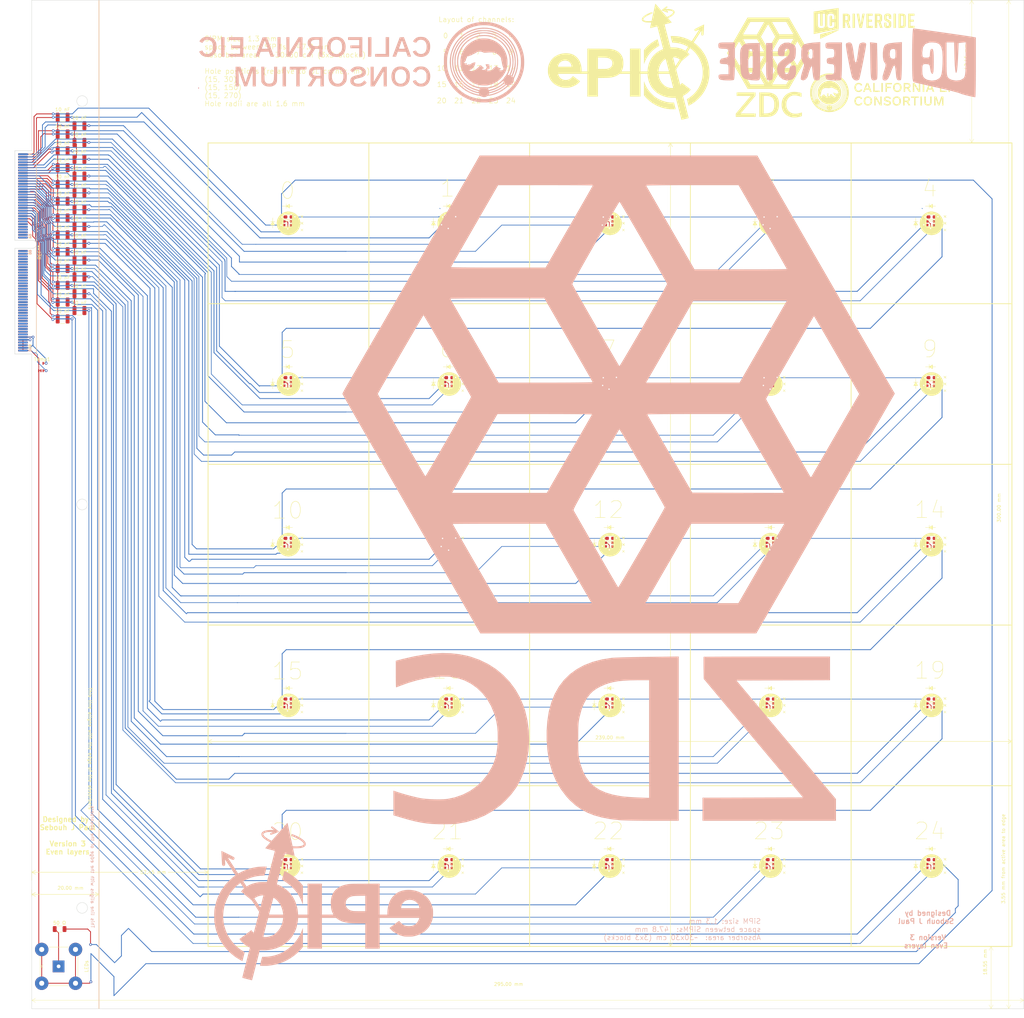
<source format=kicad_pcb>
(kicad_pcb (version 20240108) (generator "pcbnew") (generator_version "8.0")
  (layers (0 "F.Cu" signal) (31 "B.Cu" signal) (34 "B.Paste" user) (35 "F.Paste" user) (36 "B.SilkS" user "B.Silkscreen") (37 "F.SilkS" user "F.Silkscreen") (38 "B.Mask" user) (39 "F.Mask" user) (44 "Edge.Cuts" user))
  (net 0 "")
  (footprint "SiPM:S14160-1315PS_dimple_silkscreen_with_LED_copy" (layer "F.Cu") (at 179.15 287.55)
    (property "Reference" "REF**21" (hide yes))
    (property "Value" "S14160-3015PS")
  )
  (footprint "Capacitor_SMD:C_1210_3225Metric" (layer "F.Cu") (at 64.2 89.8)
    (property "Reference" "10 nF")
    (property "Value" "C_1210_3225Metric")
  )
  (footprint "Capacitor_SMD:C_1210_3225Metric" (layer "F.Cu") (at 64.2 104.8)
    (property "Reference" "10 nF")
    (property "Value" "C_1210_3225Metric")
  )
  (footprint "SiPM:S14160-1315PS_dimple_silkscreen_with_LED_copy" (layer "F.Cu") (at 131.35 287.55)
    (property "Reference" "REF**20" (hide yes))
    (property "Value" "S14160-3015PS")
  )
  (footprint "Capacitor_SMD:C_1210_3225Metric" (layer "F.Cu") (at 64.2 109.8)
    (property "Reference" "10 nF")
    (property "Value" "C_1210_3225Metric")
  )
  (footprint "Capacitor_SMD:C_1210_3225Metric" (layer "F.Cu") (at 64.2 99.8)
    (property "Reference" "10 nF")
    (property "Value" "C_1210_3225Metric")
  )
  (footprint "Capacitor_SMD:C_1210_3225Metric" (layer "F.Cu") (at 64.2 124.8)
    (property "Reference" "10 nF")
    (property "Value" "C_1210_3225Metric")
  )
  (footprint "SiPM:S14160-1315PS_dimple_silkscreen_with_LED_copy" (layer "F.Cu") (at 131.35 144.15)
    (property "Reference" "REF**5" (hide yes))
    (property "Value" "S14160-3015PS")
  )
  (footprint "SiPM:S14160-1315PS_dimple_silkscreen_with_LED_copy" (layer "F.Cu") (at 274.75 96.35)
    (property "Reference" "REF**3" (hide yes))
    (property "Value" "S14160-3015PS")
  )
  (footprint "Symbol:ePIC_logo_5.0cm" (layer "F.Cu") (at 232.5 48.3)
    (property "Reference" "G***" (hide yes))
    (property "Value" "LOGO" (hide yes))
  )
  (footprint "SiPM:S14160-1315PS_dimple_silkscreen_with_LED_copy" (layer "F.Cu") (at 322.55 96.35)
    (property "Reference" "REF**4" (hide yes))
    (property "Value" "S14160-3015PS")
  )
  (footprint "Connector_Coaxial:BNC_TEConnectivity_1478035_Horizontal" (layer "F.Cu") (at 63 317.4 90)
    (property "Reference" "LEDs")
    (property "Value" "BNC_TEConnectivity_1478035_Horizontal")
  )
  (footprint "Capacitor_SMD:C_1210_3225Metric" (layer "F.Cu") (at 69.2 102.3)
    (property "Reference" "10 nF")
    (property "Value" "C_1210_3225Metric")
  )
  (footprint "Capacitor_SMD:C_1210_3225Metric" (layer "F.Cu") (at 69.2 122.3)
    (property "Reference" "10 nF")
    (property "Value" "C_1210_3225Metric")
  )
  (footprint "SiPM:S14160-1315PS_dimple_silkscreen_with_LED_copy" (layer "F.Cu") (at 226.95 96.35)
    (property "Reference" "REF**2" (hide yes))
    (property "Value" "S14160-3015PS")
  )
  (footprint "Capacitor_SMD:C_1210_3225Metric" (layer "F.Cu") (at 64.2 119.8)
    (property "Reference" "10 nF")
    (property "Value" "C_1210_3225Metric")
  )
  (footprint "SiPM:S14160-1315PS_dimple_silkscreen_with_LED_copy" (layer "F.Cu") (at 322.55 239.75)
    (property "Reference" "REF**19" (hide yes))
    (property "Value" "S14160-3015PS")
  )
  (footprint "Connector_Samtec_HSEC8:Samtec_HSEC8-170-X-X-DV_2x70_P0.8mm_Edge" (layer "F.Cu") (at 50 105 -90)
    (property "Reference" "REF**")
    (property "Value" "Samtec_HSEC8-170-X-X-DV_2x70_P0.8mm_Edge")
    (fp_line (start -30.225 0) (end -3.595 0) (stroke (width 0.12)) (layer "Edge.Cuts"))
    (fp_line (start -3.595 0) (end -3.595 -5.2) (stroke (width 0.12)) (layer "Edge.Cuts"))
    (fp_line (start -1.195 0) (end 30.225 0) (stroke (width 0.12)) (layer "Edge.Cuts"))
    (fp_line (start 30.225 0) (end 30.225 -5) (stroke (width 0.12)) (layer "Edge.Cuts"))
    (fp_line (start -30.225 -5) (end -30.225 0) (stroke (width 0.12)) (layer "Edge.Cuts"))
    (fp_line (start -1.195 -5.2) (end -1.195 0) (stroke (width 0.12)) (layer "Edge.Cuts"))
    (fp_arc (start -3.595 -5.2) (mid -2.395 -6.4) (end -1.195 -5.2) (stroke (width 0.12)) (layer "Edge.Cuts"))
  )
  (footprint "SiPM:S14160-1315PS_dimple_silkscreen_with_LED_copy" (layer "F.Cu") (at 226.95 144.15)
    (property "Reference" "REF**7" (hide yes))
    (property "Value" "S14160-3015PS")
  )
  (footprint "Capacitor_SMD:C_1210_3225Metric" (layer "F.Cu") (at 69.2 72.3)
    (property "Reference" "10 nF")
    (property "Value" "C_1210_3225Metric")
  )
  (footprint "Symbol:ZDC_logo_30x30mm" (layer "F.Cu") (at 273.568409 50.081019)
    (property "Reference" "G***" (hide yes))
    (property "Value" "LOGO" (hide yes))
  )
  (footprint "Symbol:consortium_logo_5cm" (layer "F.Cu") (at 308.2 57.4)
    (property "Reference" "G***" (hide yes))
    (property "Value" "LOGO" (hide yes))
  )
  (footprint "Capacitor_SMD:C_1210_3225Metric" (layer "F.Cu") (at 69.2 82.3)
    (property "Reference" "10 nF")
    (property "Value" "C_1210_3225Metric")
  )
  (footprint "Capacitor_SMD:C_1210_3225Metric" (layer "F.Cu") (at 69.2 107.3)
    (property "Reference" "10 nF")
    (property "Value" "C_1210_3225Metric")
  )
  (footprint "Capacitor_SMD:C_1210_3225Metric" (layer "F.Cu") (at 69.2 117.3)
    (property "Reference" "10 nF")
    (property "Value" "C_1210_3225Metric")
  )
  (footprint "SiPM:S14160-1315PS_dimple_silkscreen_with_LED_copy" (layer "F.Cu") (at 274.75 144.15)
    (property "Reference" "REF**8" (hide yes))
    (property "Value" "S14160-3015PS")
  )
  (footprint "Capacitor_SMD:C_1210_3225Metric" (layer "F.Cu") (at 69.2 92.3)
    (property "Reference" "10 nF")
    (property "Value" "C_1210_3225Metric")
  )
  (footprint "SiPM:S14160-1315PS_dimple_silkscreen_with_LED_copy" (layer "F.Cu") (at 322.55 191.95)
    (property "Reference" "REF**14" (hide yes))
    (property "Value" "S14160-3015PS")
  )
  (footprint "SiPM:S14160-1315PS_dimple_silkscreen_with_LED_copy" (layer "F.Cu") (at 274.75 287.55)
    (property "Reference" "REF**23" (hide yes))
    (property "Value" "S14160-3015PS")
  )
  (footprint "SiPM:S14160-1315PS_dimple_silkscreen_with_LED_copy" (layer "F.Cu") (at 322.55 287.55)
    (property "Reference" "REF**24" (hide yes))
    (property "Value" "S14160-3015PS")
  )
  (footprint "SiPM:S14160-1315PS_dimple_silkscreen_with_LED_copy" (layer "F.Cu") (at 179.15 239.75)
    (property "Reference" "REF**16" (hide yes))
    (property "Value" "S14160-3015PS")
  )
  (footprint "Symbol:UCR_Logo_3cm" (layer "F.Cu") (at 302.5 36.9)
    (property "Reference" "G***" (hide yes))
    (property "Value" "LOGO" (hide yes))
  )
  (footprint "Capacitor_SMD:C_1210_3225Metric" (layer "F.Cu") (at 64.2 84.8)
    (property "Reference" "10 nF")
    (property "Value" "C_1210_3225Metric")
  )
  (footprint "SiPM:S14160-1315PS_dimple_silkscreen_with_LED_copy" (layer "F.Cu") (at 131.35 191.95)
    (property "Reference" "REF**10" (hide yes))
    (property "Value" "S14160-3015PS")
  )
  (footprint "SiPM:S14160-1315PS_dimple_silkscreen_with_LED_copy" (layer "F.Cu") (at 179.15 144.15)
    (property "Reference" "REF**6" (hide yes))
    (property "Value" "S14160-3015PS")
  )
  (footprint "Capacitor_SMD:C_1210_3225Metric" (layer "F.Cu") (at 69.2 87.3)
    (property "Reference" "10 nF")
    (property "Value" "C_1210_3225Metric")
  )
  (footprint "SiPM:S14160-1315PS_dimple_silkscreen_with_LED_copy" (layer "F.Cu") (at 226.95 239.75)
    (property "Reference" "REF**17" (hide yes))
    (property "Value" "S14160-3015PS")
  )
  (footprint "Capacitor_SMD:C_1210_3225Metric" (layer "F.Cu") (at 64.2 69.8)
    (property "Reference" "10 nF")
    (property "Value" "C_1210_3225Metric")
  )
  (footprint "Capacitor_SMD:C_1210_3225Metric" (layer "F.Cu") (at 64.2 114.8)
    (property "Reference" "10 nF")
    (property "Value" "C_1210_3225Metric")
  )
  (footprint "Capacitor_SMD:C_1210_3225Metric" (layer "F.Cu") (at 69.2 77.3)
    (property "Reference" "10 nF")
    (property "Value" "C_1210_3225Metric")
  )
  (footprint "Capacitor_SMD:C_1210_3225Metric" (layer "F.Cu") (at 69.2 97.3)
    (property "Reference" "10 nF")
    (property "Value" "C_1210_3225Metric")
  )
  (footprint "SiPM:S14160-1315PS_dimple_silkscreen_with_LED_copy" (layer "F.Cu") (at 226.95 191.95)
    (property "Reference" "REF**12" (hide yes))
    (property "Value" "S14160-3015PS")
  )
  (footprint "Capacitor_SMD:C_1210_3225Metric" (layer "F.Cu") (at 64.2 64.8)
    (property "Reference" "10 nF")
    (property "Value" "C_1210_3225Metric")
  )
  (footprint "SiPM:S14160-1315PS_dimple_silkscreen_with_LED_copy" (layer "F.Cu") (at 226.95 287.55)
    (property "Reference" "REF**22" (hide yes))
    (property "Value" "S14160-3015PS")
  )
  (footprint "Capacitor_SMD:C_1210_3225Metric" (layer "F.Cu") (at 64.2 79.8)
    (property "Reference" "10 nF")
    (property "Value" "C_1210_3225Metric")
  )
  (footprint "Capacitor_SMD:C_1210_3225Metric" (layer "F.Cu") (at 69.2 112.3)
    (property "Reference" "10 nF")
    (property "Value" "C_1210_3225Metric")
  )
  (footprint "Capacitor_SMD:C_1210_3225Metric" (layer "F.Cu") (at 69.2 67.3)
    (property "Reference" "10 nF")
    (property "Value" "C_1210_3225Metric")
  )
  (footprint "SiPM:S14160-1315PS_dimple_silkscreen_with_LED_copy" (layer "F.Cu") (at 131.35 239.75)
    (property "Reference" "REF**15" (hide yes))
    (property "Value" "S14160-3015PS")
  )
  (footprint "Capacitor_SMD:C_1210_3225Metric" (layer "F.Cu") (at 64.2 74.8)
    (property "Reference" "10 nF")
    (property "Value" "C_1210_3225Metric")
  )
  (footprint "Resistor_SMD:R_1206_3216Metric" (layer "F.Cu") (at 63.3 306.3)
    (property "Reference" "50 Ω")
    (property "Value" "R_1206_3216Metric")
  )
  (footprint "Capacitor_SMD:C_1210_3225Metric" (layer "F.Cu") (at 64.2 94.8)
    (property "Reference" "10 nF")
    (property "Value" "C_1210_3225Metric")
  )
  (footprint "SiPM:S14160-1315PS_dimple_silkscreen_with_LED_copy" (layer "F.Cu") (at 322.55 144.15)
    (property "Reference" "REF**9" (hide yes))
    (property "Value" "S14160-3015PS")
  )
  (footprint "SiPM:S14160-1315PS_dimple_silkscreen_with_LED_copy" (layer "F.Cu") (at 274.75 191.95)
    (property "Reference" "REF**13" (hide yes))
    (property "Value" "S14160-3015PS")
  )
  (footprint "Sensor:LM94021QBIMG-NOPB" (layer "F.Cu") (at 57.75 139.1)
    (property "Reference" "Temp1")
    (property "Value" "LM94021QBIMG-NOPB")
  )
  (footprint "SiPM:S14160-1315PS_dimple_silkscreen_with_LED_copy" (layer "F.Cu") (at 179.15 96.35)
    (property "Reference" "REF**1" (hide yes))
    (property "Value" "S14160-3015PS")
  )
  (footprint "SiPM:S14160-1315PS_dimple_silkscreen_with_LED_copy" (layer "F.Cu") (at 274.75 239.75)
    (property "Reference" "REF**18" (hide yes))
    (property "Value" "S14160-3015PS")
  )
  (footprint "SiPM:S14160-1315PS_dimple_silkscreen_with_LED_copy" (layer "F.Cu") (at 131.35 96.35)
    (property "Reference" "REF**" (hide yes))
    (property "Value" "S14160-3015PS")
  )
  (footprint "SiPM:S14160-1315PS_dimple_silkscreen_with_LED_copy" (layer "F.Cu") (at 179.15 191.95)
    (property "Reference" "REF**11" (hide yes))
    (property "Value" "S14160-3015PS")
  )
  (footprint "Symbol:ZDC_logo_20x20cm" (layer "B.Cu") (at 232.4 176.2 180)
    (property "Reference" "G***" (hide yes))
    (property "Value" "LOGO" (hide yes))
  )
  (footprint "Symbol:Consortium_logo_11cm" (layer "B.Cu") (at 152.8 48 180)
    (property "Reference" "G***" (hide yes))
    (property "Value" "LOGO" (hide yes))
  )
  (footprint "Symbol:UCR_logo_10cm" (layer "B.Cu") (at 298.2 50.5 180)
    (property "Reference" "G***" (hide yes))
    (property "Value" "LOGO" (hide yes))
  )
  (footprint "Symbol:ePIC_logo_6.8cm" (layer "B.Cu") (at 141.8 298.1 180)
    (property "Reference" "G***" (hide yes))
    (property "Value" "LOGO" (hide yes))
  )
  (gr_line (start 75 330) (end 75 30) (stroke (width 0.15)) (layer "B.SilkS"))
  (gr_line (start 107.45 263.66) (end 346.45 263.66) (stroke (width 0.25)) (layer "F.SilkS"))
  (gr_line (start 203.05 72.46) (end 203.05 311.46) (stroke (width 0.25)) (layer "F.SilkS"))
  (gr_line (start 107.45 168.06) (end 346.45 168.06) (stroke (width 0.25)) (layer "F.SilkS"))
  (gr_line (start 250.85 72.46) (end 250.85 311.46) (stroke (width 0.25)) (layer "F.SilkS"))
  (gr_line (start 75 30) (end 75 330) (stroke (width 0.15)) (layer "F.SilkS"))
  (gr_line (start 346.45 72.46) (end 346.45 311.46) (stroke (width 0.25)) (layer "F.SilkS"))
  (gr_line (start 298.65 72.46) (end 298.65 311.46) (stroke (width 0.25)) (layer "F.SilkS"))
  (gr_line (start 107.45 72.46) (end 107.45 311.46) (stroke (width 0.25)) (layer "F.SilkS"))
  (gr_line (start 107.45 215.86) (end 346.45 215.86) (stroke (width 0.25)) (layer "F.SilkS"))
  (gr_line (start 107.45 311.46) (end 346.45 311.46) (stroke (width 0.25)) (layer "F.SilkS"))
  (gr_line (start 155.25 72.46) (end 155.25 311.46) (stroke (width 0.25)) (layer "F.SilkS"))
  (gr_line (start 107.45 120.26) (end 346.45 120.26) (stroke (width 0.25)) (layer "F.SilkS"))
  (gr_line (start 107.45 72.46) (end 346.45 72.46) (stroke (width 0.25)) (layer "F.SilkS"))
  (gr_circle (center 70 300) (end 71.6 300) (stroke (width 0.1)) (fill none) (layer "Edge.Cuts"))
  (gr_line (start 55 30) (end 55 74.775) (stroke (width 0.1)) (layer "Edge.Cuts"))
  (gr_circle (center 70 180) (end 71.6 180) (stroke (width 0.1)) (fill none) (layer "Edge.Cuts"))
  (gr_line (start 350 30) (end 350 330) (stroke (width 0.1)) (layer "Edge.Cuts"))
  (gr_line (start 350 30) (end 55 30) (stroke (width 0.1)) (layer "Edge.Cuts"))
  (gr_line (start 350 330) (end 55 330) (stroke (width 0.1)) (layer "Edge.Cuts"))
  (gr_circle (center 70 60) (end 71.6 60) (stroke (width 0.1)) (fill none) (layer "Edge.Cuts"))
  (gr_line (start 55 135.225) (end 55 330) (stroke (width 0.1)) (layer "Edge.Cuts"))
  (gr_text "Designed by \nSebouh J Paul\n\nVersion 3 \nEven layers" (at 320.9 306.4 0) (layer "B.SilkS") (effects (font (size 1.5 1.5) (thickness 0.3)) (justify mirror)))
  (gr_text "This line aligns with the edge of the absorbers" (at 73.1 287.8 270) (layer "B.SilkS") (effects (font (size 1 1)) (justify mirror)))
  (gr_text "SiPM size: 1.3 mm\nspace between SiPMs:  47.8 mm\nAbsorber area:  ~30x30 cm (3x3 blocks)" (at 271.9 306.4 0) (layer "B.SilkS") (effects (font (size 1.5 1.5)) (justify left mirror)))
  (gr_text "23" (at 274.25 277.16 0) (layer "F.SilkS") (effects (font (size 5 5))))
  (gr_text "24" (at 322.05 277.16 0) (layer "F.SilkS") (effects (font (size 5 5))))
  (gr_text "3" (at 274.25 85.96 0) (layer "F.SilkS") (effects (font (size 5 5))))
  (gr_text "Layout of channels:\n\n 0   1   2   3   4\n\n 5   6   7   8   9\n\n10  11  12  13  14\n\n15  16  17  18  19\n\n20  21  22  23  24" (at 187.2 47.8 0) (layer "F.SilkS") (effects (font (size 1.5 1.5))))
  (gr_text "18" (at 274.25 229.36 0) (layer "F.SilkS") (effects (font (size 5 5))))
  (gr_text "This line aligns with the edge of the absorbers\n" (at 72.4 252.6 270) (layer "F.SilkS") (effects (font (size 1 1))))
  (gr_text "4" (at 322.05 85.96 0) (layer "F.SilkS") (effects (font (size 5 5))))
  (gr_text "10" (at 131.05 181.76 0) (layer "F.SilkS") (effects (font (size 5 5))))
  (gr_text "21" (at 178.65 277.16 0) (layer "F.SilkS") (effects (font (size 5 5))))
  (gr_text "15" (at 131.05 229.56 0) (layer "F.SilkS") (effects (font (size 5 5))))
  (gr_text "3.55 mm from active area to edge" (at 343.9 285.4 90) (layer "F.SilkS") (effects (font (size 1 1))))
  (gr_text "1" (at 178.65 85.96 0) (layer "F.SilkS") (effects (font (size 5 5))))
  (gr_text "0" (at 131.05 86.66 0) (layer "F.SilkS") (effects (font (size 5 5))))
  (gr_text "SiPM size: 1.3 mm\nspace between SiPMs:  47.8 mm\nAbsorber area:   ~30x30 cm (3x3 blocks)\n\nHole positions (relative to UL corner, mm):\n(15, 30)\n(15, 150)\n(15, 270)\nHole radii are all 1.6 mm" (at 106.3 51.1 0) (layer "F.SilkS") (effects (font (size 1.5 1.5)) (justify left)))
  (gr_text "8" (at 274.25 133.76 0) (layer "F.SilkS") (effects (font (size 5 5))))
  (gr_text "20" (at 131.05 277.36 0) (layer "F.SilkS") (effects (font (size 5 5))))
  (gr_text "Designed by \nSebouh J Paul\n\nVersion 3\nEven layers\n" (at 65.7 278.5 0) (layer "F.SilkS") (effects (font (size 1.5 1.5) (thickness 0.3))))
  (gr_text "22" (at 226.45 277.16 0) (layer "F.SilkS") (effects (font (size 5 5))))
  (gr_text "17" (at 226.45 229.36 0) (layer "F.SilkS") (effects (font (size 5 5))))
  (gr_text "13" (at 274.25 181.56 0) (layer "F.SilkS") (effects (font (size 5 5))))
  (gr_text "16" (at 178.65 229.36 0) (layer "F.SilkS") (effects (font (size 5 5))))
  (gr_text "9" (at 322.05 133.76 0) (layer "F.SilkS") (effects (font (size 5 5))))
  (gr_text "5" (at 131.05 133.96 0) (layer "F.SilkS") (effects (font (size 5 5))))
  (gr_text "11" (at 178.65 181.56 0) (layer "F.SilkS") (effects (font (size 5 5))))
  (gr_text "19" (at 322.05 229.36 0) (layer "F.SilkS") (effects (font (size 5 5))))
  (gr_text "14" (at 322.05 181.56 0) (layer "F.SilkS") (effects (font (size 5 5))))
  (gr_text "2" (at 226.45 85.96 0) (layer "F.SilkS") (effects (font (size 5 5))))
  (gr_text "6" (at 178.65 133.76 0) (layer "F.SilkS") (effects (font (size 5 5))))
  (gr_text "7" (at 226.45 133.76 0) (layer "F.SilkS") (effects (font (size 5 5))))
  (gr_text "12" (at 226.45 181.56 0) (layer "F.SilkS") (effects (font (size 5 5))))
  (dimension (type aligned) (layer "F.SilkS") (pts (xy 345.5 330) (xy 345.5 30)) (height 0) (gr_text "300.00 mm" (at 342.6 180.99 90) (layer "F.SilkS") (effects (font (size 1 1) (thickness 0.15)))) (format (prefix "") (suffix "") (units 3) (units_format 1) (precision 2)) (style (thickness 0.1) (arrow_length 1.27) (text_position_mode 2) (extension_height 0.58642) (extension_offset 0.5) keep_text_aligned))
  (dimension (type aligned) (layer "F.SilkS") (pts (xy 346.9 72.4) (xy 346.9 30)) (height -12.4) (gr_text "42.45 mm" (at 332.891574 46.801574 90) (layer "F.SilkS") (effects (font (size 1 1) (thickness 0.15)))) (format (prefix "") (suffix "") (units 3) (units_format 1) (precision 2) (override_value "42.45")) (style (thickness 0.1) (arrow_length 1.27) (text_position_mode 2) (extension_height 0.58642) (extension_offset 0.5) keep_text_aligned))
  (dimension (type aligned) (layer "F.SilkS") (pts (xy 55 292.31) (xy 107.45 292.31)) (height -2.91) (gr_text "52.45 mm" (at 91.11 289.4 0) (layer "F.SilkS") (effects (font (size 1 1) (thickness 0.15)))) (format (prefix "") (suffix "") (units 3) (units_format 1) (precision 2)) (style (thickness 0.15) (arrow_length 1.27) (text_position_mode 2) (extension_height 0.58642) (extension_offset 0.5) keep_text_aligned))
  (dimension (type aligned) (layer "F.SilkS") (pts (xy 346.45 311.46) (xy 346.45 72.46)) (height -101.52) (gr_text "239.00 mm" (at 243.78 191.96 90) (layer "F.SilkS") (effects (font (size 1 1) (thickness 0.15)))) (format (prefix "") (suffix "") (units 3) (units_format 1) (precision 2)) (style (thickness 0.15) (arrow_length 1.27) (text_position_mode 0) (extension_height 0.58642) (extension_offset 0.5) keep_text_aligned))
  (dimension (type aligned) (layer "F.SilkS") (pts (xy 345.5 311.5) (xy 345.5 330)) (height 5.246903) (gr_text "18.55 mm" (at 338.5 316.112114 90) (layer "F.SilkS") (effects (font (size 1 1) (thickness 0.15)))) (format (prefix "") (suffix "") (units 3) (units_format 1) (precision 2) (override_value "18.55")) (style (thickness 0.1) (arrow_length 1.27) (text_position_mode 2) (extension_height 0.58642) (extension_offset 0.5) keep_text_aligned))
  (dimension (type aligned) (layer "F.SilkS") (pts (xy 55 327.51) (xy 350 327.51)) (height -0.01) (gr_text "295.00 mm" (at 196.8 322.7 0) (layer "F.SilkS") (effects (font (size 1 1) (thickness 0.15)))) (format (prefix "") (suffix "") (units 3) (units_format 1) (precision 2)) (style (thickness 0.1) (arrow_length 1.27) (text_position_mode 2) (extension_height 0.58642) (extension_offset 0.5) keep_text_aligned))
  (dimension (type aligned) (layer "F.SilkS") (pts (xy 107.45 311.46) (xy 346.45 311.46)) (height -60.97) (gr_text "239.00 mm" (at 226.95 249.34 0) (layer "F.SilkS") (effects (font (size 1 1) (thickness 0.15)))) (format (prefix "") (suffix "") (units 3) (units_format 1) (precision 2)) (style (thickness 0.15) (arrow_length 1.27) (text_position_mode 0) (extension_height 0.58642) (extension_offset 0.5) keep_text_aligned))
  (dimension (type aligned) (layer "F.SilkS") (pts (xy 55 294.062827) (xy 75 294.062827)) (height 1.937173) (gr_text "20.00 mm" (at 66.538595 294.084232 0) (layer "F.SilkS") (effects (font (size 1 1) (thickness 0.15)))) (format (prefix "") (suffix "") (units 3) (units_format 1) (precision 2)) (style (thickness 0.15) (arrow_length 1.27) (text_position_mode 2) (extension_height 0.58642) (extension_offset 0.5) keep_text_aligned))
  (segment (start 56 90.3) (end 55.6 90.3) (width 0.25) (layer "F.Cu") (net 0))
  (segment (start 60.1 119.7) (end 60.1 116.5) (width 0.25) (layer "F.Cu") (net 0))
  (segment (start 225.6775 288.05) (end 224.7 288.05) (width 0.2) (layer "F.Cu") (net 0))
  (segment (start 61.4 78.8) (end 61.5 78.8) (width 0.25) (layer "F.Cu") (net 0))
  (segment (start 61.4 93.8) (end 61.4 91.1) (width 0.25) (layer "F.Cu") (net 0))
  (segment (start 225.6175 192.39) (end 225.6775 192.45) (width 0.2) (layer "F.Cu") (net 0))
  (segment (start 176.92 240.25) (end 176.86 240.19) (width 0.2) (layer "F.Cu") (net 0))
  (segment (start 58.2 85.4) (end 52.4 85.4) (width 0.25) (layer "F.Cu") (net 0))
  (segment (start 55.7 75.3) (end 55.2 75.8) (width 0.25) (layer "F.Cu") (net 0))
  (segment (start 65.675 119.8) (end 67 119.8) (width 0.25) (layer "F.Cu") (net 0))
  (segment (start 178.57 191.4) (end 178.96 191.79) (width 0.2) (layer "F.Cu") (net 0))
  (segment (start 61.3 109.8) (end 59.8 108.3) (width 0.25) (layer "F.Cu") (net 0))
  (segment (start 60.8 74.3) (end 60.9 74.2) (width 0.25) (layer "F.Cu") (net 0))
  (segment (start 57 75.6) (end 55.2 77.4) (width 0.25) (layer "F.Cu") (net 0))
  (segment (start 57.1 138.95) (end 57.1 140) (width 0.2) (layer "F.Cu") (net 0))
  (segment (start 61.4 91.1) (end 61.35 91.05) (width 0.25) (layer "F.Cu") (net 0))
  (segment (start 57.1 311.5) (end 57.975 312.375) (width 0.25) (layer "F.Cu") (net 0))
  (segment (start 60.4 85) (end 61.4 86) (width 0.25) (layer "F.Cu") (net 0))
  (segment (start 60.8 100.7) (end 61.4 100.7) (width 0.25) (layer "F.Cu") (net 0))
  (segment (start 275.625 237.865) (end 276.585 237.865) (width 0.2) (layer "F.Cu") (net 0))
  (segment (start 68.3 72.875) (end 67.725 72.3) (width 0.25) (layer "F.Cu") (net 0))
  (segment (start 57.5 101.8) (end 57.2 101.5) (width 0.25) (layer "F.Cu") (net 0))
  (segment (start 55.8 96.5) (end 55.8 95.2) (width 0.25) (layer "F.Cu") (net 0))
  (segment (start 60.5 108) (end 60.5 105) (width 0.25) (layer "F.Cu") (net 0))
  (segment (start 321.2175 96.79) (end 321.2775 96.85) (width 0.2) (layer "F.Cu") (net 0))
  (segment (start 57.7 70.6) (end 58.7 69.6) (width 0.25) (layer "F.Cu") (net 0))
  (segment (start 56.5 63.8) (end 55.7 64.6) (width 0.25) (layer "F.Cu") (net 0))
  (segment (start 320.26 144.59) (end 321.2175 144.59) (width 0.2) (layer "F.Cu") (net 0))
  (segment (start 322.26 144.29) (end 322.26 145.79) (width 0.2) (layer "F.Cu") (net 0))
  (segment (start 60.9 75.1) (end 61 75.2) (width 0.25) (layer "F.Cu") (net 0))
  (segment (start 61.3 80.1) (end 61.3 80) (width 0.25) (layer "F.Cu") (net 0))
  (segment (start 224.66 96.89) (end 225.6375 96.89) (width 0.2) (layer "F.Cu") (net 0))
  (segment (start 59.4 83.8) (end 60.4 84.8) (width 0.25) (layer "F.Cu") (net 0))
  (segment (start 58.5 91.7) (end 58.5 92.7) (width 0.25) (layer "F.Cu") (net 0))
  (segment (start 272.76 237.89) (end 273.85 237.89) (width 0.25) (layer "F.Cu") (net 0))
  (segment (start 62.825 67.3) (end 62.725 67.2) (width 0.25) (layer "F.Cu") (net 0))
  (segment (start 72 82.3) (end 72.1 82.3) (width 0.25) (layer "F.Cu") (net 0))
  (segment (start 72 97.3) (end 72.1 97.3) (width 0.25) (layer "F.Cu") (net 0))
  (segment (start 70.675 102.3) (end 72 102.3) (width 0.25) (layer "F.Cu") (net 0))
  (segment (start 61.35 91.05) (end 61.35 90.7) (width 0.25) (layer "F.Cu") (net 0))
  (segment (start 178.47 95.8) (end 178.86 96.19) (width 0.2) (layer "F.Cu") (net 0))
  (segment (start 131.13 144.09) (end 131.13 145.66) (width 0.25) (layer "F.Cu") (net 0))
  (segment (start 274.56 144.09) (end 274.56 145.69) (width 0.2) (layer "F.Cu") (net 0))
  (segment (start 272.56 288.09) (end 273.4375 288.09) (width 0.2) (layer "F.Cu") (net 0))
  (segment (start 226.47 95.8) (end 226.76 96.09) (width 0.2) (layer "F.Cu") (net 0))
  (segment (start 130.0775 287) (end 130.77 287) (width 0.2) (layer "F.Cu") (net 0))
  (segment (start 178.96 287.39) (end 178.96 288.99) (width 0.2) (layer "F.Cu") (net 0))
  (segment (start 60.05 89.4) (end 60.05 86.65) (width 0.25) (layer "F.Cu") (net 0))
  (segment (start 180.025 142.265) (end 180.985 142.265) (width 0.2) (layer "F.Cu") (net 0))
  (segment (start 130.77 287) (end 131.06 287.29) (width 0.2) (layer "F.Cu") (net 0))
  (segment (start 60 95.95) (end 60 99.4) (width 0.25) (layer "F.Cu") (net 0))
  (segment (start 130.0375 192.49) (end 130.0775 192.45) (width 0.2) (layer "F.Cu") (net 0))
  (segment (start 321.2375 192.49) (end 321.2775 192.45) (width 0.2) (layer "F.Cu") (net 0))
  (segment (start 177.16 94.49) (end 178.25 94.49) (width 0.25) (layer "F.Cu") (net 0))
  (segment (start 60.6 110.8) (end 58.85 109.05) (width 0.25) (layer "F.Cu") (net 0))
  (segment (start 52.4 82.2) (end 59.8 82.2) (width 0.25) (layer "F.Cu") (net 0))
  (segment (start 225.6775 240.25) (end 224.72 240.25) (width 0.2) (layer "F.Cu") (net 0))
  (segment (start 274.56 239.89) (end 274.56 241.29) (width 0.2) (layer "F.Cu") (net 0))
  (segment (start 58.05 94.8) (end 58.05 92.35) (width 0.25) (layer "F.Cu") (net 0))
  (segment (start 63 307.4625) (end 61.8375 306.3) (width 0.25) (layer "F.Cu") (net 0))
  (segment (start 225.6775 143.6) (end 226.27 143.6) (width 0.2) (layer "F.Cu") (net 0))
  (segment (start 130.57 191.4) (end 130.0775 191.4) (width 0.2) (layer "F.Cu") (net 0))
  (segment (start 226.76 192.09) (end 226.76 193.49) (width 0.2) (layer "F.Cu") (net 0))
  (segment (start 52.4 78.2) (end 55.1 78.2) (width 0.25) (layer "F.Cu") (net 0))
  (segment (start 61.3 64.9) (end 61.4 64.8) (width 0.25) (layer "F.Cu") (net 0))
  (segment (start 70.675 77.3) (end 72 77.3) (width 0.25) (layer "F.Cu") (net 0))
  (segment (start 61.3 115.9) (end 61.3 118.8) (width 0.25) (layer "F.Cu") (net 0))
  (segment (start 65.675 124.8) (end 67 124.8) (width 0.25) (layer "F.Cu") (net 0))
  (segment (start 132.225 142.265) (end 133.185 142.265) (width 0.2) (layer "F.Cu") (net 0))
  (segment (start 60.7 116.2) (end 57.5 113) (width 0.25) (layer "F.Cu") (net 0))
  (segment (start 59.575 100.225) (end 58.95 99.6) (width 0.25) (layer "F.Cu") (net 0))
  (segment (start 55.3 97.3) (end 53.8 95.8) (width 0.25) (layer "F.Cu") (net 0))
  (segment (start 321.2775 95.8) (end 321.57 95.8) (width 0.2) (layer "F.Cu") (net 0))
  (segment (start 227.825 142.265) (end 228.785 142.265) (width 0.2) (layer "F.Cu") (net 0))
  (segment (start 129.16 192.49) (end 130.0375 192.49) (width 0.2) (layer "F.Cu") (net 0))
  (segment (start 273.87 287) (end 274.56 287.69) (width 0.2) (layer "F.Cu") (net 0))
  (segment (start 55.3 79) (end 60 74.3) (width 0.25) (layer "F.Cu") (net 0))
  (segment (start 61.3 125) (end 56.6 120.3) (width 0.25) (layer "F.Cu") (net 0))
  (segment (start 62.725 67.2) (end 62.725 69.8) (width 0.25) (layer "F.Cu") (net 0))
  (segment (start 61.35 90.7) (end 60.05 89.4) (width 0.25) (layer "F.Cu") (net 0))
  (segment (start 60 74.3) (end 60.8 74.3) (width 0.25) (layer "F.Cu") (net 0))
  (segment (start 54.751777 134.2) (end 57.1 136.548223) (width 0.25) (layer "F.Cu") (net 0))
  (segment (start 59.15 100.35) (end 58.4 99.6) (width 0.25) (layer "F.Cu") (net 0))
  (segment (start 70.675 67.3) (end 72 67.3) (width 0.25) (layer "F.Cu") (net 0))
  (segment (start 274.56 288.99) (end 274.46 289.09) (width 0.2) (layer "F.Cu") (net 0))
  (segment (start 58.6 105.4) (end 58.6 101.65) (width 0.25) (layer "F.Cu") (net 0))
  (segment (start 55 93.4) (end 56.2 94.6) (width 0.25) (layer "F.Cu") (net 0))
  (segment (start 59.05 94.4) (end 59.475 94.825) (width 0.25) (layer "F.Cu") (net 0))
  (segment (start 72 122.3) (end 72.1 122.3) (width 0.25) (layer "F.Cu") (net 0))
  (segment (start 61.3 80) (end 61.4 80) (width 0.25) (layer "F.Cu") (net 0))
  (segment (start 61.4 80) (end 61.3 80.1) (width 0.25) (layer "F.Cu") (net 0))
  (segment (start 57.55 92.75) (end 55.8 91) (width 0.25) (layer "F.Cu") (net 0))
  (segment (start 322.36 288.89) (end 322.26 288.99) (width 0.2) (layer "F.Cu") (net 0))
  (segment (start 61.5 101.5) (end 61.4 101.6) (width 0.25) (layer "F.Cu") (net 0))
  (segment (start 272.76 142.29) (end 273.85 142.29) (width 0.25) (layer "F.Cu") (net 0))
  (segment (start 321.2775 239.2) (end 321.77 239.2) (width 0.2) (layer "F.Cu") (net 0))
  (segment (start 130.0175 144.59) (end 130.0775 144.65) (width 0.2) (layer "F.Cu") (net 0))
  (segment (start 65.675 94.8) (end 67 94.8) (width 0.25) (layer "F.Cu") (net 0))
  (segment (start 65.675 114.8) (end 67 114.8) (width 0.25) (layer "F.Cu") (net 0))
  (segment (start 55.4 130.2) (end 55.5 130.2) (width 0.25) (layer "F.Cu") (net 0))
  (segment (start 321.2775 143.6) (end 321.57 143.6) (width 0.2) (layer "F.Cu") (net 0))
  (segment (start 58.4 137.95) (end 59 137.95) (width 0.2) (layer "F.Cu") (net 0))
  (segment (start 226.76 239.89) (end 226.76 241.29) (width 0.2) (layer "F.Cu") (net 0))
  (segment (start 55.1 78.2) (end 57.7 75.6) (width 0.25) (layer "F.Cu") (net 0))
  (segment (start 132.225 285.665) (end 133.185 285.665) (width 0.2) (layer "F.Cu") (net 0))
  (segment (start 60.1 100.7) (end 60.1 100.1) (width 0.25) (layer "F.Cu") (net 0))
  (segment (start 59.8 105.2) (end 59.55 104.95) (width 0.25) (layer "F.Cu") (net 0))
  (segment (start 67 64.8) (end 67.1 64.8) (width 0.25) (layer "F.Cu") (net 0))
  (segment (start 60.05 104.55) (end 60.05 101.3) (width 0.25) (layer "F.Cu") (net 0))
  (segment (start 57.65 101.35) (end 58.1 101.8) (width 0.25) (layer "F.Cu") (net 0))
  (segment (start 226.17 287) (end 226.66 287.49) (width 0.2) (layer "F.Cu") (net 0))
  (segment (start 70.675 107.3) (end 72 107.3) (width 0.25) (layer "F.Cu") (net 0))
  (segment (start 72 102.3) (end 72.1 102.3) (width 0.25) (layer "F.Cu") (net 0))
  (segment (start 52.4 131) (end 54.5 131) (width 0.25) (layer "F.Cu") (net 0))
  (segment (start 65.675 89.8) (end 67 89.8) (width 0.25) (layer "F.Cu") (net 0))
  (segment (start 178.57 287) (end 178.96 287.39) (width 0.2) (layer "F.Cu") (net 0))
  (segment (start 274.07 143.6) (end 274.56 144.09) (width 0.2) (layer "F.Cu") (net 0))
  (segment (start 60.5 95.8) (end 60 95.3) (width 0.25) (layer "F.Cu") (net 0))
  (segment (start 60.7 94.2) (end 60.7 90.85) (width 0.25) (layer "F.Cu") (net 0))
  (segment (start 59.05 91.55) (end 59.05 94.4) (width 0.25) (layer "F.Cu") (net 0))
  (segment (start 70.675 82.3) (end 72 82.3) (width 0.25) (layer "F.Cu") (net 0))
  (segment (start 275.625 285.665) (end 276.585 285.665) (width 0.2) (layer "F.Cu") (net 0))
  (segment (start 61.4 94.9) (end 60.7 94.2) (width 0.25) (layer "F.Cu") (net 0))
  (segment (start 61.4 78.9) (end 61.4 78.8) (width 0.25) (layer "F.Cu") (net 0))
  (segment (start 67 109.8) (end 67.1 109.8) (width 0.25) (layer "F.Cu") (net 0))
  (segment (start 130.0775 143.6) (end 130.64 143.6) (width 0.25) (layer "F.Cu") (net 0))
  (segment (start 320.56 237.89) (end 321.65 237.89) (width 0.25) (layer "F.Cu") (net 0))
  (segment (start 62.725 64.8) (end 62.725 67.2) (width 0.25) (layer "F.Cu") (net 0))
  (segment (start 60.7 95.3) (end 61.3 95.9) (width 0.25) (layer "F.Cu") (net 0))
  (segment (start 63 317.4) (end 63 307.4625) (width 0.25) (layer "F.Cu") (net 0))
  (segment (start 57.45 99.8) (end 57.45 96.95) (width 0.25) (layer "F.Cu") (net 0))
  (segment (start 59.35 108.95) (end 59.35 105.65) (width 0.25) (layer "F.Cu") (net 0))
  (segment (start 57.55 95.6) (end 57.55 92.75) (width 0.25) (layer "F.Cu") (net 0))
  (segment (start 62.825 72.3) (end 62.725 72.2) (width 0.25) (layer "F.Cu") (net 0))
  (segment (start 62.725 74.8) (end 62.725 72.2) (width 0.25) (layer "F.Cu") (net 0))
  (segment (start 67 104.8) (end 67.1 104.8) (width 0.25) (layer "F.Cu") (net 0))
  (segment (start 180.025 94.465) (end 180.985 94.465) (width 0.2) (layer "F.Cu") (net 0))
  (segment (start 57.1 136.548223) (end 57.1 138) (width 0.25) (layer "F.Cu") (net 0))
  (segment (start 224.96 190.09) (end 226.05 190.09) (width 0.25) (layer "F.Cu") (net 0))
  (segment (start 59.55 104.95) (end 59.55 101.45) (width 0.25) (layer "F.Cu") (net 0))
  (segment (start 52.4 133.4) (end 52.4 132.6) (width 0.25) (layer "F.Cu") (net 0))
  (segment (start 57.975 312.375) (end 57.975 322.425) (width 0.25) (layer "F.Cu") (net 0))
  (segment (start 58.55 105.45) (end 58.6 105.4) (width 0.25) (layer "F.Cu") (net 0))
  (segment (start 130.0175 287.99) (end 130.0775 288.05) (width 0.2) (layer "F.Cu") (net 0))
  (segment (start 62.725 77.4) (end 62.725 79.8) (width 0.25) (layer "F.Cu") (net 0))
  (segment (start 67 84.8) (end 67.1 84.8) (width 0.25) (layer "F.Cu") (net 0))
  (segment (start 60 95.3) (end 60 94.7) (width 0.25) (layer "F.Cu") (net 0))
  (segment (start 67.725 67.3) (end 62.825 67.3) (width 0.25) (layer "F.Cu") (net 0))
  (segment (start 58.6 100.3) (end 57.85 99.55) (width 0.25) (layer "F.Cu") (net 0))
  (segment (start 129.36 142.29) (end 130.45 142.29) (width 0.25) (layer "F.Cu") (net 0))
  (segment (start 52.4 83.8) (end 56.4 83.8) (width 0.25) (layer "F.Cu") (net 0))
  (segment (start 272.76 94.49) (end 273.85 94.49) (width 0.25) (layer "F.Cu") (net 0))
  (segment (start 60.7 90.85) (end 59.35 89.5) (width 0.25) (layer "F.Cu") (net 0))
  (segment (start 227.825 94.465) (end 228.785 94.465) (width 0.2) (layer "F.Cu") (net 0))
  (segment (start 273.87 239.2) (end 274.56 239.89) (width 0.2) (layer "F.Cu") (net 0))
  (segment (start 60.5 123.1) (end 60.5 120.1) (width 0.25) (layer "F.Cu") (net 0))
  (segment (start 274.56 241.29) (end 274.46 241.39) (width 0.2) (layer "F.Cu") (net 0))
  (segment (start 180.025 237.865) (end 180.985 237.865) (width 0.2) (layer "F.Cu") (net 0))
  (segment (start 321.57 143.6) (end 322.26 144.29) (width 0.2) (layer "F.Cu") (net 0))
  (segment (start 225.6775 287) (end 226.17 287) (width 0.2) (layer "F.Cu") (net 0))
  (segment (start 61.3 110.9) (end 59.35 108.95) (width 0.25) (layer "F.Cu") (net 0))
  (segment (start 275.625 190.065) (end 276.585 190.065) (width 0.2) (layer "F.Cu") (net 0))
  (segment (start 178.96 191.79) (end 178.96 193.59) (width 0.2) (layer "F.Cu") (net 0))
  (segment (start 72 72.3) (end 72.1 72.3) (width 0.25) (layer "F.Cu") (net 0))
  (segment (start 55.8 91.8) (end 52.4 91.8) (width 0.25) (layer "F.Cu") (net 0))
  (segment (start 60.7 94.8) (end 60.7 95.3) (width 0.25) (layer "F.Cu") (net 0))
  (segment (start 224.96 237.89) (end 226.05 237.89) (width 0.25) (layer "F.Cu") (net 0))
  (segment (start 59.075 95.075) (end 59.075 95.725) (width 0.25) (layer "F.Cu") (net 0))
  (segment (start 177.8375 192.49) (end 177.8775 192.45) (width 0.2) (layer "F.Cu") (net 0))
  (segment (start 272.5 240.25) (end 272.46 240.29) (width 0.2) (layer "F.Cu") (net 0))
  (segment (start 72.5 307.1375) (end 71.6625 306.3) (width 0.25) (layer "F.Cu") (net 0))
  (segment (start 60.1 100.7) (end 60.6 101.2) (width 0.25) (layer "F.Cu") (net 0))
  (segment (start 59.55 101.45) (end 59.15 101.05) (width 0.25) (layer "F.Cu") (net 0))
  (segment (start 59.35 89.5) (end 59.35 87.15) (width 0.25) (layer "F.Cu") (net 0))
  (segment (start 60.6 101.2) (end 60.6 104.1) (width 0.25) (layer "F.Cu") (net 0))
  (segment (start 60.7 86.4) (end 60.7 89.1) (width 0.25) (layer "F.Cu") (net 0))
  (segment (start 58.175 100.525) (end 57.45 99.8) (width 0.25) (layer "F.Cu") (net 0))
  (segment (start 65.675 109.8) (end 67 109.8) (width 0.25) (layer "F.Cu") (net 0))
  (segment (start 177.8775 143.6) (end 178.47 143.6) (width 0.2) (layer "F.Cu") (net 0))
  (segment (start 176.86 96.79) (end 177.8175 96.79) (width 0.2) (layer "F.Cu") (net 0))
  (segment (start 56.1 97.4) (end 55.4 96.7) (width 0.25) (layer "F.Cu") (net 0))
  (segment (start 59.6 91.3) (end 56.1 87.8) (width 0.25) (layer "F.Cu") (net 0))
  (segment (start 180.025 190.065) (end 180.985 190.065) (width 0.2) (layer "F.Cu") (net 0))
  (segment (start 129.36 237.89) (end 130.45 237.89) (width 0.25) (layer "F.Cu") (net 0))
  (segment (start 61.5 78.8) (end 61.5 78.8) (width 0.25) (layer "F.Cu") (net 0))
  (segment (start 60.275 75.1) (end 60.9 75.1) (width 0.25) (layer "F.Cu") (net 0))
  (segment (start 65.675 84.8) (end 67 84.8) (width 0.25) (layer "F.Cu") (net 0))
  (segment (start 273.4375 288.09) (end 273.4775 288.05) (width 0.2) (layer "F.Cu") (net 0))
  (segment (start 56.6 64.9) (end 61.3 64.9) (width 0.25) (layer "F.Cu") (net 0))
  (segment (start 56.2 101.5) (end 56.2 101.1) (width 0.25) (layer "F.Cu") (net 0))
  (segment (start 58.4 140.15) (end 59 140.15) (width 0.2) (layer "F.Cu") (net 0))
  (segment (start 56.2 96.3) (end 57 97.1) (width 0.25) (layer "F.Cu") (net 0))
  (segment (start 57.1 93.1) (end 55.8 91.8) (width 0.25) (layer "F.Cu") (net 0))
  (segment (start 178.47 143.6) (end 178.96 144.09) (width 0.2) (layer "F.Cu") (net 0))
  (segment (start 58.1 101.8) (end 58.1 112.7) (width 0.25) (layer "F.Cu") (net 0))
  (segment (start 52.4 83) (end 59.6 83) (width 0.25) (layer "F.Cu") (net 0))
  (segment (start 226.07 191.4) (end 226.76 192.09) (width 0.2) (layer "F.Cu") (net 0))
  (segment (start 72 117.3) (end 72.1 117.3) (width 0.25) (layer "F.Cu") (net 0))
  (segment (start 56.1 89.3) (end 58.5 91.7) (width 0.25) (layer "F.Cu") (net 0))
  (segment (start 57.5 113) (end 57.5 101.8) (width 0.25) (layer "F.Cu") (net 0))
  (segment (start 60.2 94.3) (end 60.7 94.8) (width 0.25) (layer "F.Cu") (net 0))
  (segment (start 130.0775 239.2) (end 130.67 239.2) (width 0.2) (layer "F.Cu") (net 0))
  (segment (start 225.6775 95.8) (end 226.47 95.8) (width 0.2) (layer "F.Cu") (net 0))
  (segment (start 61.4 63.8) (end 56.5 63.8) (width 0.25) (layer "F.Cu") (net 0))
  (segment (start 55.2 76.6) (end 56.4 75.4) (width 0.25) (layer "F.Cu") (net 0))
  (segment (start 60.9 74.2) (end 61 74.2) (width 0.25) (layer "F.Cu") (net 0))
  (segment (start 58.3 86.1) (end 58 86.1) (width 0.25) (layer "F.Cu") (net 0))
  (segment (start 178.96 239.79) (end 178.96 241.29) (width 0.2) (layer "F.Cu") (net 0))
  (segment (start 57.65 100.65) (end 57.65 101.35) (width 0.25) (layer "F.Cu") (net 0))
  (segment (start 52.4 130.2) (end 55.4 130.2) (width 0.25) (layer "F.Cu") (net 0))
  (segment (start 130.45 94.49) (end 130.475 94.465) (width 0.25) (layer "F.Cu") (net 0))
  (segment (start 272.76 285.69) (end 273.85 285.69) (width 0.25) (layer "F.Cu") (net 0))
  (segment (start 61.4 86) (end 61.4 88.8) (width 0.25) (layer "F.Cu") (net 0))
  (segment (start 320.56 190.09) (end 321.65 190.09) (width 0.25) (layer "F.Cu") (net 0))
  (segment (start 61.4 84.8) (end 61.4 84.8) (width 0.25) (layer "F.Cu") (net 0))
  (segment (start 61.2 99.9) (end 60.5 99.2) (width 0.25) (layer "F.Cu") (net 0))
  (segment (start 55.7 64.6) (end 55.7 75.3) (width 0.25) (layer "F.Cu") (net 0))
  (segment (start 129.16 96.89) (end 130.0375 96.89) (width 0.25) (layer "F.Cu") (net 0))
  (segment (start 58.175 101.225) (end 58.175 100.525) (width 0.25) (layer "F.Cu") (net 0))
  (segment (start 54.4 95) (end 52.4 95) (width 0.25) (layer "F.Cu") (net 0))
  (segment (start 58.4 99.6) (end 58.4 96.45) (width 0.25) (layer "F.Cu") (net 0))
  (segment (start 53.8 95.8) (end 52.4 95.8) (width 0.25) (layer "F.Cu") (net 0))
  (segment (start 72 77.3) (end 72.1 77.3) (width 0.25) (layer "F.Cu") (net 0))
  (segment (start 60.1 116.5) (end 57 113.4) (width 0.25) (layer "F.Cu") (net 0))
  (segment (start 58.5 85.1) (end 58.2 85.4) (width 0.25) (layer "F.Cu") (net 0))
  (segment (start 273.4775 192.45) (end 272.5 192.45) (width 0.2) (layer "F.Cu") (net 0))
  (segment (start 65.675 99.8) (end 67 99.8) (width 0.25) (layer "F.Cu") (net 0))
  (segment (start 56 88.5) (end 59.05 91.55) (width 0.25) (layer "F.Cu") (net 0))
  (segment (start 70.675 112.3) (end 72 112.3) (width 0.25) (layer "F.Cu") (net 0))
  (segment (start 58.6 95.3) (end 58.1 94.8) (width 0.25) (layer "F.Cu") (net 0))
  (segment (start 55.8 91) (end 52.4 91) (width 0.25) (layer "F.Cu") (net 0))
  (segment (start 131.16 191.99) (end 130.57 191.4) (width 0.2) (layer "F.Cu") (net 0))
  (segment (start 61.3 123.9) (end 60.5 123.1) (width 0.25) (layer "F.Cu") (net 0))
  (segment (start 55.6 90.3) (end 55.5 90.2) (width 0.25) (layer "F.Cu") (net 0))
  (segment (start 129.06 287.99) (end 130.0175 287.99) (width 0.2) (layer "F.Cu") (net 0))
  (segment (start 60.7 119.3) (end 60.7 116.2) (width 0.25) (layer "F.Cu") (net 0))
  (segment (start 226.27 143.6) (end 226.66 143.99) (width 0.2) (layer "F.Cu") (net 0))
  (segment (start 322.46 193.39) (end 322.26 193.59) (width 0.2) (layer "F.Cu") (net 0))
  (segment (start 130.67 239.2) (end 131.06 239.59) (width 0.2) (layer "F.Cu") (net 0))
  (segment (start 56.1 87.8) (end 52.4 87.8) (width 0.25) (layer "F.Cu") (net 0))
  (segment (start 61.5 100.8) (end 61.5 101.5) (width 0.25) (layer "F.Cu") (net 0))
  (segment (start 177.8775 191.4) (end 178.57 191.4) (width 0.2) (layer "F.Cu") (net 0))
  (segment (start 59.6 94.3) (end 59.6 91.3) (width 0.25) (layer "F.Cu") (net 0))
  (segment (start 55.9 88.6) (end 56 88.5) (width 0.25) (layer "F.Cu") (net 0))
  (segment (start 225.6775 239.2) (end 226.07 239.2) (width 0.2) (layer "F.Cu") (net 0))
  (segment (start 59.35 105.65) (end 58.95 105.25) (width 0.25) (layer "F.Cu") (net 0))
  (segment (start 52.4 131.8) (end 52.4 132.6) (width 0.25) (layer "F.Cu") (net 0))
  (segment (start 177.8775 239.2) (end 178.37 239.2) (width 0.2) (layer "F.Cu") (net 0))
  (segment (start 321.77 239.2) (end 322.46 239.89) (width 0.2) (layer "F.Cu") (net 0))
  (segment (start 58.85 109.05) (end 58.85 105.75) (width 0.25) (layer "F.Cu") (net 0))
  (segment (start 59.475 94.825) (end 59.475 95.425) (width 0.25) (layer "F.Cu") (net 0))
  (segment (start 225.6775 191.4) (end 226.07 191.4) (width 0.2) (layer "F.Cu") (net 0))
  (segment (start 65.675 69.8) (end 67 69.8) (width 0.25) (layer "F.Cu") (net 0))
  (segment (start 52.4 131) (end 52.4 131.8) (width 0.25) (layer "F.Cu") (net 0))
  (segment (start 71.6625 306.3) (end 64.7625 306.3) (width 0.25) (layer "F.Cu") (net 0))
  (segment (start 58.6 94.6) (end 59.075 95.075) (width 0.25) (layer "F.Cu") (net 0))
  (segment (start 70.675 87.3) (end 72 87.3) (width 0.25) (layer "F.Cu") (net 0))
  (segment (start 274.56 287.69) (end 274.56 288.99) (width 0.2) (layer "F.Cu") (net 0))
  (segment (start 224.96 94.49) (end 226.05 94.49) (width 0.25) (layer "F.Cu") (net 0))
  (segment (start 61 74.2) (end 61 74.1) (width 0.25) (layer "F.Cu") (net 0))
  (segment (start 129.36 285.69) (end 130.45 285.69) (width 0.25) (layer "F.Cu") (net 0))
  (segment (start 67.725 77.3) (end 68.3 76.725) (width 0.25) (layer "F.Cu") (net 0))
  (segment (start 52.4 79.8) (end 55.575 79.8) (width 0.25) (layer "F.Cu") (net 0))
  (segment (start 131.16 193.49) (end 131.16 191.99) (width 0.2) (layer "F.Cu") (net 0))
  (segment (start 72 87.3) (end 72.1 87.3) (width 0.25) (layer "F.Cu") (net 0))
  (segment (start 226.76 96.09) (end 226.76 97.89) (width 0.2) (layer "F.Cu") (net 0))
  (segment (start 61.3 95.9) (end 61.3 98.9) (width 0.25) (layer "F.Cu") (net 0))
  (segment (start 57.75 140.15) (end 57.1 140.15) (width 0.2) (layer "F.Cu") (net 0))
  (segment (start 56 87) (end 60.2 91.2) (width 0.25) (layer "F.Cu") (net 0))
  (segment (start 58.5 92.7) (end 58.55 92.75) (width 0.25) (layer "F.Cu") (net 0))
  (segment (start 131.16 97.99) (end 131.16 96.09) (width 0.25) (layer "F.Cu") (net 0))
  (segment (start 57.85 96.55) (end 57.1 95.8) (width 0.25) (layer "F.Cu") (net 0))
  (segment (start 55.3 100.2) (end 55.3 97.3) (width 0.25) (layer "F.Cu") (net 0))
  (segment (start 274.56 96.19) (end 274.56 97.89) (width 0.2) (layer "F.Cu") (net 0))
  (segment (start 273.97 191.4) (end 274.46 191.89) (width 0.2) (layer "F.Cu") (net 0))
  (segment (start 56.6 120.3) (end 56.6 101.9) (width 0.25) (layer "F.Cu") (net 0))
  (segment (start 224.66 192.39) (end 225.6175 192.39) (width 0.2) (layer "F.Cu") (net 0))
  (segment (start 273.4775 143.6) (end 274.07 143.6) (width 0.2) (layer "F.Cu") (net 0))
  (segment (start 60.6 114.1) (end 60.6 110.8) (width 0.25) (layer "F.Cu") (net 0))
  (segment (start 176.96 288.09) (end 177.8375 288.09) (width 0.2) (layer "F.Cu") (net 0))
  (segment (start 58.85 105.75) (end 58.55 105.45) (width 0.25) (layer "F.Cu") (net 0))
  (segment (start 131.16 96.09) (end 130.87 95.8) (width 0.25) (layer "F.Cu") (net 0))
  (segment (start 62.725 82.325) (end 62.725 124.8) (width 0.25) (layer "F.Cu") (net 0))
  (segment (start 56.6 101.9) (end 56.2 101.5) (width 0.25) (layer "F.Cu") (net 0))
  (segment (start 56.5 100.1) (end 56.5 97.2) (width 0.25) (layer "F.Cu") (net 0))
  (segment (start 61.3 119.9) (end 60.7 119.3) (width 0.25) (layer "F.Cu") (net 0))
  (segment (start 273.4775 240.25) (end 272.5 240.25) (width 0.2) (layer "F.Cu") (net 0))
  (segment (start 57.9 86.2) (end 52.4 86.2) (width 0.25) (layer "F.Cu") (net 0))
  (segment (start 177.8375 288.09) (end 177.8775 288.05) (width 0.2) (layer "F.Cu") (net 0))
  (segment (start 104.64 56.1) (end 104.615 56.125) (width 0.2) (layer "F.Cu") (net 0))
  (segment (start 56.2 101.1) (end 55.3 100.2) (width 0.25) (layer "F.Cu") (net 0))
  (segment (start 52.4 93.4) (end 55 93.4) (width 0.25) (layer "F.Cu") (net 0))
  (segment (start 72.175 322.425) (end 68.025 322.425) (width 0.25) (layer "F.Cu") (net 0))
  (segment (start 321.97 287) (end 322.36 287.39) (width 0.2) (layer "F.Cu") (net 0))
  (segment (start 323.425 142.265) (end 324.385 142.265) (width 0.2) (layer "F.Cu") (net 0))
  (segment (start 55.4 96) (end 54.4 95) (width 0.25) (layer "F.Cu") (net 0))
  (segment (start 67 124.8) (end 67.1 124.8) (width 0.25) (layer "F.Cu") (net 0))
  (segment (start 60.6 104.1) (end 61.4 104.9) (width 0.25) (layer "F.Cu") (net 0))
  (segment (start 67 74.8) (end 67.1 74.8) (width 0.25) (layer "F.Cu") (net 0))
  (segment (start 131.06 287.29) (end 131.06 289.09) (width 0.2) (layer "F.Cu") (net 0))
  (segment (start 177.8775 240.25) (end 176.92 240.25) (width 0.2) (layer "F.Cu") (net 0))
  (segment (start 178.96 144.09) (end 178.96 145.69) (width 0.2) (layer "F.Cu") (net 0))
  (segment (start 57 68.8) (end 57 75.6) (width 0.25) (layer "F.Cu") (net 0))
  (segment (start 132.225 94.465) (end 133.185 94.465) (width 0.2) (layer "F.Cu") (net 0))
  (segment (start 56.4 75.4) (end 56.4 65.1) (width 0.25) (layer "F.Cu") (net 0))
  (segment (start 224.96 285.69) (end 226.05 285.69) (width 0.25) (layer "F.Cu") (net 0))
  (segment (start 176.96 144.69) (end 177.8375 144.69) (width 0.2) (layer "F.Cu") (net 0))
  (segment (start 58.95 99.6) (end 58.95 96.3) (width 0.25) (layer "F.Cu") (net 0))
  (segment (start 67.725 122.3) (end 67.725 77.3) (width 0.25) (layer "F.Cu") (net 0))
  (segment (start 57.2 100.8) (end 56.5 100.1) (width 0.25) (layer "F.Cu") (net 0))
  (segment (start 61.3 113.7) (end 61.3 110.9) (width 0.25) (layer "F.Cu") (net 0))
  (segment (start 60.5 99.2) (end 60.5 95.8) (width 0.25) (layer "F.Cu") (net 0))
  (segment (start 70.675 117.3) (end 72 117.3) (width 0.25) (layer "F.Cu") (net 0))
  (segment (start 60.7 89.1) (end 61.4 89.8) (width 0.25) (layer "F.Cu") (net 0))
  (segment (start 273.4775 191.4) (end 273.97 191.4) (width 0.2) (layer "F.Cu") (net 0))
  (segment (start 60.5 105) (end 60.05 104.55) (width 0.25) (layer "F.Cu") (net 0))
  (segment (start 68.3 76.725) (end 68.3 72.875) (width 0.25) (layer "F.Cu") (net 0))
  (segment (start 54.8 94.2) (end 52.4 94.2) (width 0.25) (layer "F.Cu") (net 0))
  (segment (start 177.16 285.69) (end 178.25 285.69) (width 0.25) (layer "F.Cu") (net 0))
  (segment (start 322.46 239.89) (end 322.46 241.29) (width 0.2) (layer "F.Cu") (net 0))
  (segment (start 52.4 89.4) (end 56 89.4) (width 0.25) (layer "F.Cu") (net 0))
  (segment (start 67 94.8) (end 67.1 94.8) (width 0.25) (layer "F.Cu") (net 0))
  (segment (start 57.45 96.95) (end 56.7 96.2) (width 0.25) (layer "F.Cu") (net 0))
  (segment (start 177.16 190.09) (end 178.25 190.09) (width 0.25) (layer "F.Cu") (net 0))
  (segment (start 52.4 76.6) (end 55.2 76.6) (width 0.25) (layer "F.Cu") (net 0))
  (segment (start 322.36 287.39) (end 322.36 288.89) (width 0.2) (layer "F.Cu") (net 0))
  (segment (start 272.76 190.09) (end 273.85 190.09) (width 0.25) (layer "F.Cu") (net 0))
  (segment (start 58.1 112.7) (end 61.3 115.9) (width 0.25) (layer "F.Cu") (net 0))
  (segment (start 59.075 95.725) (end 59.5 96.15) (width 0.25) (layer "F.Cu") (net 0))
  (segment (start 130.64 143.6) (end 131.13 144.09) (width 0.25) (layer "F.Cu") (net 0))
  (segment (start 225.6775 144.65) (end 224.82 144.65) (width 0.2) (layer "F.Cu") (net 0))
  (segment (start 130.0175 240.19) (end 130.0775 240.25) (width 0.2) (layer "F.Cu") (net 0))
  (segment (start 323.425 94.465) (end 324.385 94.465) (width 0.2) (layer "F.Cu") (net 0))
  (segment (start 321.2775 288.05) (end 320.42 288.05) (width 0.2) (layer "F.Cu") (net 0))
  (segment (start 58.4 96.45) (end 57.55 95.6) (width 0.25) (layer "F.Cu") (net 0))
  (segment (start 177.16 237.89) (end 178.25 237.89) (width 0.25) (layer "F.Cu") (net 0))
  (segment (start 65.675 64.8) (end 67 64.8) (width 0.25) (layer "F.Cu") (net 0))
  (segment (start 62.7 82.3) (end 62.7 82.1) (width 0.25) (layer "F.Cu") (net 0))
  (segment (start 177.8775 287) (end 178.57 287) (width 0.2) (layer "F.Cu") (net 0))
  (segment (start 275.625 142.265) (end 276.585 142.265) (width 0.2) (layer "F.Cu") (net 0))
  (segment (start 227.825 237.865) (end 228.785 237.865) (width 0.2) (layer "F.Cu") (net 0))
  (segment (start 67 89.8) (end 67.1 89.8) (width 0.25) (layer "F.Cu") (net 0))
  (segment (start 59.8 108.3) (end 59.8 105.2) (width 0.25) (layer "F.Cu") (net 0))
  (segment (start 273.4775 95.8) (end 274.17 95.8) (width 0.2) (layer "F.Cu") (net 0))
  (segment (start 52.4 81.4) (end 60 81.4) (width 0.25) (layer "F.Cu") (net 0))
  (segment (start 273.4175 96.79) (end 273.4775 96.85) (width 0.2) (layer "F.Cu") (net 0))
  (segment (start 130.87 95.8) (end 130.0775 95.8) (width 0.25) (layer "F.Cu") (net 0))
  (segment (start 60.55 100.45) (end 60.8 100.7) (width 0.25) (layer "F.Cu") (net 0))
  (segment (start 321.57 95.8) (end 322.26 96.49) (width 0.2) (layer "F.Cu") (net 0))
  (segment (start 59.15 101.05) (end 59.15 100.35) (width 0.25) (layer "F.Cu") (net 0))
  (segment (start 65.675 74.8) (end 67 74.8) (width 0.25) (layer "F.Cu") (net 0))
  (segment (start 57.85 99.55) (end 57.85 96.55) (width 0.25) (layer "F.Cu") (net 0))
  (segment (start 224.72 240.25) (end 224.66 240.19) (width 0.2) (layer "F.Cu") (net 0))
  (segment (start 321.2775 191.4) (end 321.67 191.4) (width 0.2) (layer "F.Cu") (net 0))
  (segment (start 61.4 101.6) (end 61.4 103.8) (width 0.25) (layer "F.Cu") (net 0))
  (segment (start 58.9 69.6) (end 59.1 69.8) (width 0.25) (layer "F.Cu") (net 0))
  (segment (start 62.725 74.8) (end 62.725 77.4) (width 0.25) (layer "F.Cu") (net 0))
  (segment (start 322.46 192.19) (end 322.46 193.39) (width 0.2) (layer "F.Cu") (net 0))
  (segment (start 129.36 190.09) (end 130.45 190.09) (width 0.25) (layer "F.Cu") (net 0))
  (segment (start 59.5 96.15) (end 59.5 99.5) (width 0.25) (layer "F.Cu") (net 0))
  (segment (start 178.37 239.2) (end 178.96 239.79) (width 0.2) (layer "F.Cu") (net 0))
  (segment (start 61.4 68.8) (end 57 68.8) (width 0.25) (layer "F.Cu") (net 0))
  (segment (start 55.5 90.2) (end 52.4 90.2) (width 0.25) (layer "F.Cu") (net 0))
  (segment (start 58.55 92.75) (end 58.55 94.6) (width 0.25) (layer "F.Cu") (net 0))
  (segment (start 320.32 240.25) (end 320.26 240.19) (width 0.2) (layer "F.Cu") (net 0))
  (segment (start 129.16 144.59) (end 130.0175 144.59) (width 0.2) (layer "F.Cu") (net 0))
  (segment (start 72 67.3) (end 72.1 67.3) (width 0.25) (layer "F.Cu") (net 0))
  (segment (start 226.07 239.2) (end 226.76 239.89) (width 0.2) (layer "F.Cu") (net 0))
  (segment (start 61.4 100.7) (end 61.5 100.8) (width 0.25) (layer "F.Cu") (net 0))
  (segment (start 59.6 83) (end 61.3 84.7) (width 0.25) (layer "F.Cu") (net 0))
  (segment (start 55.4 96.7) (end 55.4 96) (width 0.25) (layer "F.Cu") (net 0))
  (segment (start 70.675 122.3) (end 72 122.3) (width 0.25) (layer "F.Cu") (net 0))
  (segment (start 61.3 84.7) (end 61.3 84.8) (width 0.25) (layer "F.Cu") (net 0))
  (segment (start 320.56 142.29) (end 321.65 142.29) (width 0.25) (layer "F.Cu") (net 0))
  (segment (start 321.2175 144.59) (end 321.2775 144.65) (width 0.2) (layer "F.Cu") (net 0))
  (segment (start 132.225 190.065) (end 133.185 190.065) (width 0.2) (layer "F.Cu") (net 0))
  (segment (start 60 99.4) (end 60.55 99.95) (width 0.25) (layer "F.Cu") (net 0))
  (segment (start 58.95 96.3) (end 58.6 95.95) (width 0.25) (layer "F.Cu") (net 0))
  (segment (start 52.4 80.6) (end 59.7 80.6) (width 0.25) (layer "F.Cu") (net 0))
  (segment (start 56 89.4) (end 56.1 89.3) (width 0.25) (layer "F.Cu") (net 0))
  (segment (start 55.575 79.8) (end 60.275 75.1) (width 0.25) (layer "F.Cu") (net 0))
  (segment (start 56.7 96.2) (end 56.7 93.4) (width 0.25) (layer "F.Cu") (net 0))
  (segment (start 56.8 101.1) (end 56.1 100.4) (width 0.25) (layer "F.Cu") (net 0))
  (segment (start 60.1 100.1) (end 59.5 99.5) (width 0.25) (layer "F.Cu") (net 0))
  (segment (start 55.2 77.4) (end 52.4 77.4) (width 0.25) (layer "F.Cu") (net 0))
  (segment (start 72 107.3) (end 72.1 107.3) (width 0.25) (layer "F.Cu") (net 0))
  (segment (start 68.025 322.425) (end 68.025 312.375) (width 0.25) (layer "F.Cu") (net 0))
  (segment (start 67 79.8) (end 67.1 79.8) (width 0.25) (layer "F.Cu") (net 0))
  (segment (start 272.46 96.79) (end 273.4175 96.79) (width 0.2) (layer "F.Cu") (net 0))
  (segment (start 129.36 94.49) (end 130.45 94.49) (width 0.25) (layer "F.Cu") (net 0))
  (segment (start 59.8 82.2) (end 61.4 83.8) (width 0.25) (layer "F.Cu") (net 0))
  (segment (start 320.56 94.49) (end 321.65 94.49) (width 0.25) (layer "F.Cu") (net 0))
  (segment (start 58.6 95.95) (end 58.6 95.3) (width 0.25) (layer "F.Cu") (net 0))
  (segment (start 321.2775 240.25) (end 320.32 240.25) (width 0.2) (layer "F.Cu") (net 0))
  (segment (start 57 97.1) (end 57 100) (width 0.25) (layer "F.Cu") (net 0))
  (segment (start 56.5 97.2) (end 55.8 96.5) (width 0.25) (layer "F.Cu") (net 0))
  (segment (start 227.825 285.665) (end 228.785 285.665) (width 0.2) (layer "F.Cu") (net 0))
  (segment (start 52.4 87) (end 56 87) (width 0.25) (layer "F.Cu") (net 0))
  (segment (start 62.7 82.3) (end 62.725 82.325) (width 0.25) (layer "F.Cu") (net 0))
  (segment (start 58.1 94.8) (end 58.05 94.8) (width 0.25) (layer "F.Cu") (net 0))
  (segment (start 133.185 94.465) (end 133.26 94.39) (width 0.2) (layer "F.Cu") (net 0))
  (segment (start 178.96 288.99) (end 178.86 289.09) (width 0.2) (layer "F.Cu") (net 0))
  (segment (start 72 112.3) (end 72.1 112.3) (width 0.25) (layer "F.Cu") (net 0))
  (segment (start 272.5 192.45) (end 272.46 192.49) (width 0.2) (layer "F.Cu") (net 0))
  (segment (start 57.1 137.8) (end 57.1 138.95) (width 0.2) (layer "F.Cu") (net 0))
  (segment (start 225.6375 96.89) (end 225.6775 96.85) (width 0.2) (layer "F.Cu") (net 0))
  (segment (start 67 69.8) (end 67.1 69.8) (width 0.25) (layer "F.Cu") (net 0))
  (segment (start 57.975 322.425) (end 68.025 322.425) (width 0.25) (layer "F.Cu") (net 0))
  (segment (start 57 100) (end 57.65 100.65) (width 0.25) (layer "F.Cu") (net 0))
  (segment (start 321.2775 287) (end 321.97 287) (width 0.2) (layer "F.Cu") (net 0))
  (segment (start 61.4 113.8) (end 61.3 113.7) (width 0.25) (layer "F.Cu") (net 0))
  (segment (start 320.26 192.49) (end 321.2375 192.49) (width 0.2) (layer "F.Cu") (net 0))
  (segment (start 320.56 285.69) (end 321.65 285.69) (width 0.25) (layer "F.Cu") (net 0))
  (segment (start 67 119.8) (end 67.1 119.8) (width 0.25) (layer "F.Cu") (net 0))
  (segment (start 65.675 79.8) (end 67 79.8) (width 0.25) (layer "F.Cu") (net 0))
  (segment (start 60.5 120.1) (end 60.1 119.7) (width 0.25) (layer "F.Cu") (net 0))
  (segment (start 275.625 94.465) (end 276.585 94.465) (width 0.2) (layer "F.Cu") (net 0))
  (segment (start 273.4775 239.2) (end 273.87 239.2) (width 0.2) (layer "F.Cu") (net 0))
  (segment (start 70.675 72.3) (end 72 72.3) (width 0.25) (layer "F.Cu") (net 0))
  (segment (start 176.76 192.49) (end 177.8375 192.49) (width 0.2) (layer "F.Cu") (net 0))
  (segment (start 274.46 191.89) (end 274.46 193.49) (width 0.2) (layer "F.Cu") (net 0))
  (segment (start 180.025 285.665) (end 180.985 285.665) (width 0.2) (layer "F.Cu") (net 0))
  (segment (start 60.8 86.3) (end 60.7 86.4) (width 0.25) (layer "F.Cu") (net 0))
  (segment (start 56.4 65.1) (end 56.6 64.9) (width 0.25) (layer "F.Cu") (net 0))
  (segment (start 273.4775 144.65) (end 272.62 144.65) (width 0.2) (layer "F.Cu") (net 0))
  (segment (start 59.7 80.6) (end 61.4 78.9) (width 0.25) (layer "F.Cu") (net 0))
  (segment (start 59.1 69.8) (end 61.4 69.8) (width 0.25) (layer "F.Cu") (net 0))
  (segment (start 56.7 93.4) (end 55.9 92.6) (width 0.25) (layer "F.Cu") (net 0))
  (segment (start 55.9 92.6) (end 52.4 92.6) (width 0.25) (layer "F.Cu") (net 0))
  (segment (start 131.13 145.66) (end 131.16 145.69) (width 0.25) (layer "F.Cu") (net 0))
  (segment (start 72.6 322) (end 72.175 322.425) (width 0.25) (layer "F.Cu") (net 0))
  (segment (start 67 99.8) (end 67.1 99.8) (width 0.25) (layer "F.Cu") (net 0))
  (segment (start 274.17 95.8) (end 274.56 96.19) (width 0.2) (layer "F.Cu") (net 0))
  (segment (start 67 114.8) (end 67.1 114.8) (width 0.25) (layer "F.Cu") (net 0))
  (segment (start 322.26 96.49) (end 322.26 97.89) (width 0.2) (layer "F.Cu") (net 0))
  (segment (start 58.6 101.65) (end 58.175 101.225) (width 0.25) (layer "F.Cu") (net 0))
  (segment (start 61.5 115) (end 60.6 114.1) (width 0.25) (layer "F.Cu") (net 0))
  (segment (start 52.4 134.2) (end 54.751777 134.2) (width 0.25) (layer "F.Cu") (net 0))
  (segment (start 227.825 190.065) (end 228.785 190.065) (width 0.2) (layer "F.Cu") (net 0))
  (segment (start 52.4 84.6) (end 59.1 84.6) (width 0.25) (layer "F.Cu") (net 0))
  (segment (start 57.2 101.5) (end 57.2 100.8) (width 0.25) (layer "F.Cu") (net 0))
  (segment (start 59.475 95.425) (end 60 95.95) (width 0.25) (layer "F.Cu") (net 0))
  (segment (start 178.86 96.19) (end 178.86 97.89) (width 0.2) (layer "F.Cu") (net 0))
  (segment (start 56.8 101.65) (end 56.8 101.1) (width 0.25) (layer "F.Cu") (net 0))
  (segment (start 57 113.4) (end 57 101.85) (width 0.25) (layer "F.Cu") (net 0))
  (segment (start 132.225 237.865) (end 133.185 237.865) (width 0.2) (layer "F.Cu") (net 0))
  (segment (start 61.3 84.8) (end 61.4 84.8) (width 0.25) (layer "F.Cu") (net 0))
  (segment (start 56.1 100.4) (end 56.1 97.4) (width 0.25) (layer "F.Cu") (net 0))
  (segment (start 62.725 72.2) (end 62.725 69.8) (width 0.25) (layer "F.Cu") (net 0))
  (segment (start 72 92.3) (end 72.1 92.3) (width 0.25) (layer "F.Cu") (net 0))
  (segment (start 58.7 69.6) (end 58.9 69.6) (width 0.25) (layer "F.Cu") (net 0))
  (segment (start 61 74.1) (end 61 74.1) (width 0.25) (layer "F.Cu") (net 0))
  (segment (start 224.96 142.29) (end 226.05 142.29) (width 0.25) (layer "F.Cu") (net 0))
  (segment (start 177.8375 144.69) (end 177.8775 144.65) (width 0.2) (layer "F.Cu") (net 0))
  (segment (start 323.425 237.865) (end 324.385 237.865) (width 0.2) (layer "F.Cu") (net 0))
  (segment (start 323.425 285.665) (end 324.385 285.665) (width 0.2) (layer "F.Cu") (net 0))
  (segment (start 224.82 144.65) (end 224.76 144.59) (width 0.2) (layer "F.Cu") (net 0))
  (segment (start 57.7 75.6) (end 57.7 70.6) (width 0.25) (layer "F.Cu") (net 0))
  (segment (start 55.8 95.2) (end 54.8 94.2) (width 0.25) (layer "F.Cu") (net 0))
  (segment (start 60.05 101.3) (end 59.575 100.825) (width 0.25) (layer "F.Cu") (net 0))
  (segment (start 59.575 100.825) (end 59.575 100.225) (width 0.25) (layer "F.Cu") (net 0))
  (segment (start 56.4 83.8) (end 59.4 83.8) (width 0.25) (layer "F.Cu") (net 0))
  (segment (start 58 86.1) (end 57.9 86.2) (width 0.25) (layer "F.Cu") (net 0))
  (segment (start 59.35 87.15) (end 58.3 86.1) (width 0.25) (layer "F.Cu") (net 0))
  (segment (start 226.66 143.99) (end 226.66 145.69) (width 0.2) (layer "F.Cu") (net 0))
  (segment (start 272.62 144.65) (end 272.56 144.59) (width 0.2) (layer "F.Cu") (net 0))
  (segment (start 273.4775 287) (end 273.87 287) (width 0.2) (layer "F.Cu") (net 0))
  (segment (start 60 81.4) (end 61.3 80.1) (width 0.25) (layer "F.Cu") (net 0))
  (segment (start 58.05 92.35) (end 56 90.3) (width 0.25) (layer "F.Cu") (net 0))
  (segment (start 70.675 97.3) (end 72 97.3) (width 0.25) (layer "F.Cu") (net 0))
  (segment (start 321.67 191.4) (end 322.46 192.19) (width 0.2) (layer "F.Cu") (net 0))
  (segment (start 57.1 95.8) (end 57.1 93.1) (width 0.25) (layer "F.Cu") (net 0))
  (segment (start 58.55 94.6) (end 58.6 94.6) (width 0.25) (layer "F.Cu") (net 0))
  (segment (start 61.3 108.8) (end 60.5 108) (width 0.25) (layer "F.Cu") (net 0))
  (segment (start 177.8775 95.8) (end 178.47 95.8) (width 0.2) (layer "F.Cu") (net 0))
  (segment (start 52.4 88.6) (end 55.9 88.6) (width 0.25) (layer "F.Cu") (net 0))
  (segment (start 60.2 91.2) (end 60.2 94.3) (width 0.25) (layer "F.Cu") (net 0))
  (segment (start 60.05 86.65) (end 58.5 85.1) (width 0.25) (layer "F.Cu") (net 0))
  (segment (start 60.55 99.95) (end 60.55 100.45) (width 0.25) (layer "F.Cu") (net 0))
  (segment (start 70.675 92.3) (end 72 92.3) (width 0.25) (layer "F.Cu") (net 0))
  (segment (start 130.0775 96.85) (end 129.9175 96.69) (width 0.25) (layer "F.Cu") (net 0))
  (segment (start 58.95 101.5) (end 58.6 101.15) (width 0.25) (layer "F.Cu") (net 0))
  (segment (start 65.675 104.8) (end 67 104.8) (width 0.25) (layer "F.Cu") (net 0))
  (segment (start 52.4 134.2) (end 52.4 133.4) (width 0.25) (layer "F.Cu") (net 0))
  (segment (start 52.4 79) (end 55.3 79) (width 0.25) (layer "F.Cu") (net 0))
  (segment (start 224.7 288.05) (end 224.66 288.09) (width 0.2) (layer "F.Cu") (net 0))
  (segment (start 58.6 101.15) (end 58.6 100.3) (width 0.25) (layer "F.Cu") (net 0))
  (segment (start 57 101.85) (end 56.8 101.65) (width 0.25) (layer "F.Cu") (net 0))
  (segment (start 226.66 287.49) (end 226.66 289.09) (width 0.2) (layer "F.Cu") (net 0))
  (segment (start 320.26 96.79) (end 321.2175 96.79) (width 0.2) (layer "F.Cu") (net 0))
  (segment (start 56.2 94.6) (end 56.2 96.3) (width 0.25) (layer "F.Cu") (net 0))
  (segment (start 177.16 142.29) (end 178.25 142.29) (width 0.25) (layer "F.Cu") (net 0))
  (segment (start 177.8175 96.79) (end 177.8775 96.85) (width 0.2) (layer "F.Cu") (net 0))
  (segment (start 55.2 75.8) (end 52.4 75.8) (width 0.25) (layer "F.Cu") (net 0))
  (segment (start 60.4 84.8) (end 60.4 85) (width 0.25) (layer "F.Cu") (net 0))
  (segment (start 59.1 84.6) (end 60.8 86.3) (width 0.25) (layer "F.Cu") (net 0))
  (segment (start 72.5 310.9) (end 72.5 307.1375) (width 0.25) (layer "F.Cu") (net 0))
  (segment (start 57.1 140.2) (end 57.1 311.5) (width 0.25) (layer "F.Cu") (net 0))
  (segment (start 58.95 105.25) (end 58.95 101.5) (width 0.25) (layer "F.Cu") (net 0))
  (segment (start 131.06 239.59) (end 131.06 241.39) (width 0.2) (layer "F.Cu") (net 0))
  (segment (start 60 94.7) (end 59.6 94.3) (width 0.25) (layer "F.Cu") (net 0))
  (segment (start 62.7 82.1) (end 62.725 82.075) (width 0.25) (layer "F.Cu") (net 0))
  (segment (start 320.42 288.05) (end 320.36 287.99) (width 0.2) (layer "F.Cu") (net 0))
  (segment (start 129.16 240.19) (end 130.0175 240.19) (width 0.2) (layer "F.Cu") (net 0))
  (segment (start 62.725 82.075) (end 62.725 79.8) (width 0.25) (layer "F.Cu") (net 0))
  (segment (start 323.425 190.065) (end 324.385 190.065) (width 0.2) (layer "F.Cu") (net 0))
  (segment (start 67.725 72.3) (end 67.725 67.3) (width 0.25) (layer "F.Cu") (net 0))
  (via (at 67 119.8) (size 0.8) (drill 0.4) (layers "F.Cu" "B.Cu") (net 0))
  (via (at 178.86 289.09) (size 0.8) (drill 0.4) (layers "F.Cu" "B.Cu") (net 0))
  (via (at 59.3 140.2) (size 0.8) (drill 0.4) (layers "F.Cu" "B.Cu") (net 0))
  (via (at 67 89.8) (size 0.8) (drill 0.4) (layers "F.Cu" "B.Cu") (net 0))
  (via (at 272.56 144.59) (size 0.8) (drill 0.4) (layers "F.Cu" "B.Cu") (net 0))
  (via (at 276.66 142.19) (size 0.8) (drill 0.4) (layers "F.Cu" "B.Cu") (net 0))
  (via (at 178.96 193.59) (size 0.8) (drill 0.4) (layers "F.Cu" "B.Cu") (net 0))
  (via (at 228.86 237.79) (size 0.8) (drill 0.4) (layers "F.Cu" "B.Cu") (net 0))
  (via (at 324.46 94.39) (size 0.8) (drill 0.4) (layers "F.Cu" "B.Cu") (net 0))
  (via (at 177.16 190.09) (size 0.8) (drill 0.4) (layers "F.Cu" "B.Cu") (net 0))
  (via (at 228.86 94.39) (size 0.8) (drill 0.4) (layers "F.Cu" "B.Cu") (net 0))
  (via (at 129.16 192.49) (size 0.8) (drill 0.4) (layers "F.Cu" "B.Cu") (net 0))
  (via (at 224.76 144.59) (size 0.8) (drill 0.4) (layers "F.Cu" "B.Cu") (net 0))
  (via (at 67 114.8) (size 0.8) (drill 0.4) (layers "F.Cu" "B.Cu") (net 0))
  (via (at 226.66 289.09) (size 0.8) (drill 0.4) (layers "F.Cu" "B.Cu") (net 0))
  (via (at 67 69.8) (size 0.8) (drill 0.4) (layers "F.Cu" "B.Cu") (net 0))
  (via (at 129.16 240.19) (size 0.8) (drill 0.4) (layers "F.Cu" "B.Cu") (net 0))
  (via (at 320.56 285.69) (size 0.8) (drill 0.4) (layers "F.Cu" "B.Cu") (net 0))
  (via (at 129.36 237.89) (size 0.8) (drill 0.4) (layers "F.Cu" "B.Cu") (net 0))
  (via (at 272.46 192.49) (size 0.8) (drill 0.4) (layers "F.Cu" "B.Cu") (net 0))
  (via (at 320.36 287.99) (size 0.8) (drill 0.4) (layers "F.Cu" "B.Cu") (net 0))
  (via (at 133.26 189.99) (size 0.8) (drill 0.4) (layers "F.Cu" "B.Cu") (net 0))
  (via (at 178.86 97.89) (size 0.8) (drill 0.4) (layers "F.Cu" "B.Cu") (net 0))
  (via (at 224.96 142.29) (size 0.8) (drill 0.4) (layers "F.Cu" "B.Cu") (net 0))
  (via (at 61.3 123.9) (size 0.8) (drill 0.4) (layers "F.Cu" "B.Cu") (net 0))
  (via (at 72.5 310.9) (size 0.8) (drill 0.4) (layers "F.Cu" "B.Cu") (net 0))
  (via (at 178.96 145.69) (size 0.8) (drill 0.4) (layers "F.Cu" "B.Cu") (net 0))
  (via (at 129.36 190.09) (size 0.8) (drill 0.4) (layers "F.Cu" "B.Cu") (net 0))
  (via (at 61.4 63.8) (size 0.8) (drill 0.4) (layers "F.Cu" "B.Cu") (net 0))
  (via (at 129.36 285.69) (size 0.8) (drill 0.4) (layers "F.Cu" "B.Cu") (net 0))
  (via (at 72 112.3) (size 0.8) (drill 0.4) (layers "F.Cu" "B.Cu") (net 0))
  (via (at 72 122.3) (size 0.8) (drill 0.4) (layers "F.Cu" "B.Cu") (net 0))
  (via (at 72 102.3) (size 0.8) (drill 0.4) (layers "F.Cu" "B.Cu") (net 0))
  (via (at 272.76 142.29) (size 0.8) (drill 0.4) (layers "F.Cu" "B.Cu") (net 0))
  (via (at 322.26 288.99) (size 0.8) (drill 0.4) (layers "F.Cu" "B.Cu") (net 0))
  (via (at 67 94.8) (size 0.8) (drill 0.4) (layers "F.Cu" "B.Cu") (net 0))
  (via (at 67 99.8) (size 0.8) (drill 0.4) (layers "F.Cu" "B.Cu") (net 0))
  (via (at 129.16 96.89) (size 0.8) (drill 0.4) (layers "F.Cu" "B.Cu") (net 0))
  (via (at 177.16 142.29) (size 0.8) (drill 0.4) (layers "F.Cu" "B.Cu") (net 0))
  (via (at 176.96 288.09) (size 0.8) (drill 0.4) (layers "F.Cu" "B.Cu") (net 0))
  (via (at 224.66 288.09) (size 0.8) (drill 0.4) (layers "F.Cu" "B.Cu") (net 0))
  (via (at 129.16 144.59) (size 0.8) (drill 0.4) (layers "F.Cu" "B.Cu") (net 0))
  (via (at 224.96 237.89) (size 0.8) (drill 0.4) (layers "F.Cu" "B.Cu") (net 0))
  (via (at 272.76 237.89) (size 0.8) (drill 0.4) (layers "F.Cu" "B.Cu") (net 0))
  (via (at 176.86 96.79) (size 0.8) (drill 0.4) (layers "F.Cu" "B.Cu") (net 0))
  (via (at 131.16 145.69) (size 0.8) (drill 0.4) (layers "F.Cu" "B.Cu") (net 0))
  (via (at 131.16 193.49) (size 0.8) (drill 0.4) (layers "F.Cu" "B.Cu") (net 0))
  (via (at 177.16 94.49) (size 0.8) (drill 0.4) (layers "F.Cu" "B.Cu") (net 0))
  (via (at 133.26 94.39) (size 0.8) (drill 0.4) (layers "F.Cu" "B.Cu") (net 0))
  (via (at 226.76 193.49) (size 0.8) (drill 0.4) (layers "F.Cu" "B.Cu") (net 0))
  (via (at 224.96 94.49) (size 0.8) (drill 0.4) (layers "F.Cu" "B.Cu") (net 0))
  (via (at 324.46 285.59) (size 0.8) (drill 0.4) (layers "F.Cu" "B.Cu") (net 0))
  (via (at 61.4 88.8) (size 0.8) (drill 0.4) (layers "F.Cu" "B.Cu") (net 0))
  (via (at 320.56 190.09) (size 0.8) (drill 0.4) (layers "F.Cu" "B.Cu") (net 0))
  (via (at 61.4 64.8) (size 0.8) (drill 0.4) (layers "F.Cu" "B.Cu") (net 0))
  (via (at 272.46 96.79) (size 0.8) (drill 0.4) (layers "F.Cu" "B.Cu") (net 0))
  (via (at 54.5 131) (size 0.8) (drill 0.4) (layers "F.Cu" "B.Cu") (net 0))
  (via (at 177.16 285.69) (size 0.8) (drill 0.4) (layers "F.Cu" "B.Cu") (net 0))
  (via (at 322.26 193.59) (size 0.8) (drill 0.4) (layers "F.Cu" "B.Cu") (net 0))
  (via (at 67 109.8) (size 0.8) (drill 0.4) (layers "F.Cu" "B.Cu") (net 0))
  (via (at 61.3 80) (size 0.8) (drill 0.4) (layers "F.Cu" "B.Cu") (net 0))
  (via (at 131.16 97.99) (size 0.8) (drill 0.4) (layers "F.Cu" "B.Cu") (net 0))
  (via (at 324.46 237.79) (size 0.8) (drill 0.4) (layers "F.Cu" "B.Cu") (net 0))
  (via (at 272.76 190.09) (size 0.8) (drill 0.4) (layers "F.Cu" "B.Cu") (net 0))
  (via (at 181.06 285.59) (size 0.8) (drill 0.4) (layers "F.Cu" "B.Cu") (net 0))
  (via (at 133.26 285.59) (size 0.8) (drill 0.4) (layers "F.Cu" "B.Cu") (net 0))
  (via (at 67.1 74.8) (size 0.8) (drill 0.4) (layers "F.Cu" "B.Cu") (net 0))
  (via (at 72 87.3) (size 0.8) (drill 0.4) (layers "F.Cu" "B.Cu") (net 0))
  (via (at 61.4 94.9) (size 0.8) (drill 0.4) (layers "F.Cu" "B.Cu") (net 0))
  (via (at 61.3 108.8) (size 0.8) (drill 0.4) (layers "F.Cu" "B.Cu") (net 0))
  (via (at 131.06 289.09) (size 0.8) (drill 0.4) (layers "F.Cu" "B.Cu") (net 0))
  (via (at 226.66 145.69) (size 0.8) (drill 0.4) (layers "F.Cu" "B.Cu") (net 0))
  (via (at 61.3 118.8) (size 0.8) (drill 0.4) (layers "F.Cu" "B.Cu") (net 0))
  (via (at 320.26 240.19) (size 0.8) (drill 0.4) (layers "F.Cu" "B.Cu") (net 0))
  (via (at 274.46 289.09) (size 0.8) (drill 0.4) (layers "F.Cu" "B.Cu") (net 0))
  (via (at 276.66 285.59) (size 0.8) (drill 0.4) (layers "F.Cu" "B.Cu") (net 0))
  (via (at 61.3 125) (size 0.8) (drill 0.4) (layers "F.Cu" "B.Cu") (net 0))
  (via (at 272.46 240.29) (size 0.8) (drill 0.4) (layers "F.Cu" "B.Cu") (net 0))
  (via (at 224.66 240.19) (size 0.8) (drill 0.4) (layers "F.Cu" "B.Cu") (net 0))
  (via (at 176.86 240.19) (size 0.8) (drill 0.4) (layers "F.Cu" "B.Cu") (net 0))
  (via (at 224.66 192.39) (size 0.8) (drill 0.4) (layers "F.Cu" "B.Cu") (net 0))
  (via (at 61.3 119.9) (size 0.8) (drill 0.4) (layers "F.Cu" "B.Cu") (net 0))
  (via (at 72 117.3) (size 0.8) (drill 0.4) (layers "F.Cu" "B.Cu") (net 0))
  (via (at 61.3 98.9) (size 0.8) (drill 0.4) (layers "F.Cu" "B.Cu") (net 0))
  (via (at 72.6 322) (size 0.8) (drill 0.4) (layers "F.Cu" "B.Cu") (net 0))
  (via (at 228.86 142.19) (size 0.8) (drill 0.4) (layers "F.Cu" "B.Cu") (net 0))
  (via (at 176.96 144.69) (size 0.8) (drill 0.4) (layers "F.Cu" "B.Cu") (net 0))
  (via (at 320.56 94.49) (size 0.8) (drill 0.4) (layers "F.Cu" "B.Cu") (net 0))
  (via (at 178.96 241.29) (size 0.8) (drill 0.4) (layers "F.Cu" "B.Cu") (net 0))
  (via (at 320.26 96.79) (size 0.8) (drill 0.4) (layers "F.Cu" "B.Cu") (net 0))
  (via (at 324.46 142.19) (size 0.8) (drill 0.4) (layers "F.Cu" "B.Cu") (net 0))
  (via (at 181.06 237.79) (size 0.8) (drill 0.4) (layers "F.Cu" "B.Cu") (net 0))
  (via (at 72 67.3) (size 0.8) (drill 0.4) (layers "F.Cu" "B.Cu") (net 0))
  (via (at 181.06 94.39) (size 0.8) (drill 0.4) (layers "F.Cu" "B.Cu") (net 0))
  (via (at 177.16 237.89) (size 0.8) (drill 0.4) (layers "F.Cu" "B.Cu") (net 0))
  (via (at 61.2 99.9) (size 0.8) (drill 0.4) (layers "F.Cu" "B.Cu") (net 0))
  (via (at 61.4 89.8) (size 0.8) (drill 0.4) (layers "F.Cu" "B.Cu") (net 0))
  (via (at 322.26 97.89) (size 0.8) (drill 0.4) (layers "F.Cu" "B.Cu") (net 0))
  (via (at 226.76 97.89) (size 0.8) (drill 0.4) (layers "F.Cu" "B.Cu") (net 0))
  (via (at 129.06 287.99) (size 0.8) (drill 0.4) (layers "F.Cu" "B.Cu") (net 0))
  (via (at 72 92.3) (size 0.8) (drill 0.4) (layers "F.Cu" "B.Cu") (net 0))
  (via (at 133.26 142.19) (size 0.8) (drill 0.4) (layers "F.Cu" "B.Cu") (net 0))
  (via (at 67 64.8) (size 0.8) (drill 0.4) (layers "F.Cu" "B.Cu") (net 0))
  (via (at 67 104.8) (size 0.8) (drill 0.4) (layers "F.Cu" "B.Cu") (net 0))
  (via (at 176.76 192.49) (size 0.8) (drill 0.4) (layers "F.Cu" "B.Cu") (net 0))
  (via (at 324.46 189.99) (size 0.8) (drill 0.4) (layers "F.Cu" "B.Cu") (net 0))
  (via (at 72 77.3) (size 0.8) (drill 0.4) (layers "F.Cu" "B.Cu") (net 0))
  (via (at 61.3 109.8) (size 0.8) (drill 0.4) (layers "F.Cu" "B.Cu") (net 0))
  (via (at 61.4 69.8) (size 0.8) (drill 0.4) (layers "F.Cu" "B.Cu") (net 0))
  (via (at 274.56 97.89) (size 0.8) (drill 0.4) (layers "F.Cu" "B.Cu") (net 0))
  (via (at 129.36 142.29) (size 0.8) (drill 0.4) (layers "F.Cu" "B.Cu") (net 0))
  (via (at 276.66 94.39) (size 0.8) (drill 0.4) (layers "F.Cu" "B.Cu") (net 0))
  (via (at 276.66 237.79) (size 0.8) (drill 0.4) (layers "F.Cu" "B.Cu") (net 0))
  (via (at 61 74.2) (size 0.8) (drill 0.4) (layers "F.Cu" "B.Cu") (net 0))
  (via (at 61 75.2) (size 0.8) (drill 0.4) (layers "F.Cu" "B.Cu") (net 0))
  (via (at 322.46 241.29) (size 0.8) (drill 0.4) (layers "F.Cu" "B.Cu") (net 0))
  (via (at 61.4 78.8) (size 0.8) (drill 0.4) (layers "F.Cu" "B.Cu") (net 0))
  (via (at 61.4 93.8) (size 0.8) (drill 0.4) (layers "F.Cu" "B.Cu") (net 0))
  (via (at 59.3 138) (size 0.8) (drill 0.4) (layers "F.Cu" "B.Cu") (net 0))
  (via (at 72 97.3) (size 0.8) (drill 0.4) (layers "F.Cu" "B.Cu") (net 0))
  (via (at 61.4 103.8) (size 0.8) (drill 0.4) (layers "F.Cu" "B.Cu") (net 0))
  (via (at 131.06 241.39) (size 0.8) (drill 0.4) (layers "F.Cu" "B.Cu") (net 0))
  (via (at 181.06 189.99) (size 0.8) (drill 0.4) (layers "F.Cu" "B.Cu") (net 0))
  (via (at 181.06 142.19) (size 0.8) (drill 0.4) (layers "F.Cu" "B.Cu") (net 0))
  (via (at 61.4 104.9) (size 0.8) (drill 0.4) (layers "F.Cu" "B.Cu") (net 0))
  (via (at 320.56 142.29) (size 0.8) (drill 0.4) (layers "F.Cu" "B.Cu") (net 0))
  (via (at 272.76 94.49) (size 0.8) (drill 0.4) (layers "F.Cu" "B.Cu") (net 0))
  (via (at 228.86 285.59) (size 0.8) (drill 0.4) (layers "F.Cu" "B.Cu") (net 0))
  (via (at 133.26 237.79) (size 0.8) (drill 0.4) (layers "F.Cu" "B.Cu") (net 0))
  (via (at 61.4 83.8) (size 0.8) (drill 0.4) (layers "F.Cu" "B.Cu") (net 0))
  (via (at 67 84.8) (size 0.8) (drill 0.4) (layers "F.Cu" "B.Cu") (net 0))
  (via (at 274.46 241.39) (size 0.8) (drill 0.4) (layers "F.Cu" "B.Cu") (net 0))
  (via (at 224.96 285.69) (size 0.8) (drill 0.4) (layers "F.Cu" "B.Cu") (net 0))
  (via (at 226.76 241.29) (size 0.8) (drill 0.4) (layers "F.Cu" "B.Cu") (net 0))
  (via (at 276.66 189.99) (size 0.8) (drill 0.4) (layers "F.Cu" "B.Cu") (net 0))
  (via (at 72 72.3) (size 0.8) (drill 0.4) (layers "F.Cu" "B.Cu") (net 0))
  (via (at 61.5 115) (size 0.8) (drill 0.4) (layers "F.Cu" "B.Cu") (net 0))
  (via (at 129.36 94.49) (size 0.8) (drill 0.4) (layers "F.Cu" "B.Cu") (net 0))
  (via (at 61.4 68.8) (size 0.8) (drill 0.4) (layers "F.Cu" "B.Cu") (net 0))
  (via (at 67 124.8) (size 0.8) (drill 0.4) (layers "F.Cu" "B.Cu") (net 0))
  (via (at 272.56 288.09) (size 0.8) (drill 0.4) (layers "F.Cu" "B.Cu") (net 0))
  (via (at 228.86 189.99) (size 0.8) (drill 0.4) (layers "F.Cu" "B.Cu") (net 0))
  (via (at 320.26 192.49) (size 0.8) (drill 0.4) (layers "F.Cu" "B.Cu") (net 0))
  (via (at 272.76 285.69) (size 0.8) (drill 0.4) (layers "F.Cu" "B.Cu") (net 0))
  (via (at 55.4 130.2) (size 0.8) (drill 0.4) (layers "F.Cu" "B.Cu") (net 0))
  (via (at 274.46 193.49) (size 0.8) (drill 0.4) (layers "F.Cu" "B.Cu") (net 0))
  (via (at 224.96 190.09) (size 0.8) (drill 0.4) (layers "F.Cu" "B.Cu") (net 0))
  (via (at 72 82.3) (size 0.8) (drill 0.4) (layers "F.Cu" "B.Cu") (net 0))
  (via (at 61.4 113.8) (size 0.8) (drill 0.4) (layers "F.Cu" "B.Cu") (net 0))
  (via (at 72 107.3) (size 0.8) (drill 0.4) (layers "F.Cu" "B.Cu") (net 0))
  (via (at 67 79.8) (size 0.8) (drill 0.4) (layers "F.Cu" "B.Cu") (net 0))
  (via (at 224.66 96.89) (size 0.8) (drill 0.4) (layers "F.Cu" "B.Cu") (net 0))
  (via (at 320.26 144.59) (size 0.8) (drill 0.4) (layers "F.Cu" "B.Cu") (net 0))
  (via (at 322.26 145.79) (size 0.8) (drill 0.4) (layers "F.Cu" "B.Cu") (net 0))
  (via (at 320.56 237.89) (size 0.8) (drill 0.4) (layers "F.Cu" "B.Cu") (net 0))
  (via (at 274.56 145.69) (size 0.8) (drill 0.4) (layers "F.Cu" "B.Cu") (net 0))
  (via (at 61.3 84.8) (size 0.8) (drill 0.4) (layers "F.Cu" "B.Cu") (net 0))
  (segment (start 52.4 93.4) (end 54.9 93.4) (width 0.25) (layer "B.Cu") (net 0))
  (segment (start 77.1 84.8) (end 67 84.8) (width 0.2) (layer "B.Cu") (net 0))
  (segment (start 325.68 95.59) (end 325.68 106.29) (width 0.25) (layer "B.Cu") (net 0))
  (segment (start 194.76 192.49) (end 186.96 200.29) (width 0.2) (layer "B.Cu") (net 0))
  (segment (start 61 74.1) (end 61.2 74.1) (width 0.25) (layer "B.Cu") (net 0))
  (segment (start 110.8 132.9) (end 122.7 144.8) (width 0.25) (layer "B.Cu") (net 0))
  (segment (start 73.5 95.9) (end 73.4 96) (width 0.25) (layer "B.Cu") (net 0))
  (segment (start 72.4 86.1) (end 77.5 86.1) (width 0.25) (layer "B.Cu") (net 0))
  (segment (start 258.86 304.79) (end 103.39 304.79) (width 0.2) (layer "B.Cu") (net 0))
  (segment (start 79.4475 320.4475) (end 79.4475 326.1125) (width 0.25) (layer "B.Cu") (net 0))
  (segment (start 96.8 204.7) (end 99.3 207.2) (width 0.25) (layer "B.Cu") (net 0))
  (segment (start 76.8 102.3) (end 72 102.3) (width 0.25) (layer "B.Cu") (net 0))
  (segment (start 324.58 142.29) (end 325.68 143.39) (width 0.25) (layer "B.Cu") (net 0))
  (segment (start 258.86 209.19) (end 116.2 209.19) (width 0.2) (layer "B.Cu") (net 0))
  (segment (start 59 73.7) (end 59 67.9) (width 0.25) (layer "B.Cu") (net 0))
  (segment (start 54.4 87) (end 54.6 86.8) (width 0.25) (layer "B.Cu") (net 0))
  (segment (start 61.3 125) (end 61.4 124.8) (width 0.25) (layer "B.Cu") (net 0))
  (segment (start 79 71.3) (end 114.4 106.7) (width 0.25) (layer "B.Cu") (net 0))
  (segment (start 74.235 310.9) (end 79.6475 316.3125) (width 0.25) (layer "B.Cu") (net 0))
  (segment (start 52.4 94.2) (end 54.7 94.2) (width 0.25) (layer "B.Cu") (net 0))
  (segment (start 85.5 118) (end 74.8 107.3) (width 0.25) (layer "B.Cu") (net 0))
  (segment (start 77.4 98.8) (end 94.1 115.5) (width 0.25) (layer "B.Cu") (net 0))
  (segment (start 59.3 136.7) (end 55.4 132.8) (width 0.25) (layer "B.Cu") (net 0))
  (segment (start 61.5 63.8) (end 61.4 63.8) (width 0.25) (layer "B.Cu") (net 0))
  (segment (start 257.66 254.99) (end 272.46 240.19) (width 0.2) (layer "B.Cu") (net 0))
  (segment (start 101.7 113.5) (end 78.5 90.3) (width 0.25) (layer "B.Cu") (net 0))
  (segment (start 131.16 193.59) (end 130.26 194.49) (width 0.25) (layer "B.Cu") (net 0))
  (segment (start 100.3 200.7) (end 117.75 200.7) (width 0.25) (layer "B.Cu") (net 0))
  (segment (start 67.1 89.8) (end 61.6 89.8) (width 0.25) (layer "B.Cu") (net 0))
  (segment (start 116.7 159.39) (end 257.66 159.39) (width 0.2) (layer "B.Cu") (net 0))
  (segment (start 118.16 200.29) (end 148.46 200.29) (width 0.25) (layer "B.Cu") (net 0))
  (segment (start 52.4 88.6) (end 56.1 88.6) (width 0.25) (layer "B.Cu") (net 0))
  (segment (start 61.4 104.9) (end 61.5 104.8) (width 0.25) (layer "B.Cu") (net 0))
  (segment (start 57.8 102.3) (end 57.8 117.7) (width 0.25) (layer "B.Cu") (net 0))
  (segment (start 62.1 92.3) (end 60.1 90.3) (width 0.25) (layer "B.Cu") (net 0))
  (segment (start 271.93 91.9) (end 272.03 92) (width 0.2) (layer "B.Cu") (net 0))
  (segment (start 61.5 83.8) (end 77.2 83.8) (width 0.25) (layer "B.Cu") (net 0))
  (segment (start 91.6 238.5) (end 94.1 241) (width 0.25) (layer "B.Cu") (net 0))
  (segment (start 224.66 288.09) (end 194.76 288.09) (width 0.2) (layer "B.Cu") (net 0))
  (segment (start 72 67.3) (end 82.3 67.3) (width 0.25) (layer "B.Cu") (net 0))
  (segment (start 61.3 109.8) (end 61.6 109.8) (width 0.25) (layer "B.Cu") (net 0))
  (segment (start 114.4 109.19) (end 116.8 111.59) (width 0.25) (layer "B.Cu") (net 0))
  (segment (start 115.6 116.59) (end 300.46 116.59) (width 0.25) (layer "B.Cu") (net 0))
  (segment (start 258.86 256.99) (end 94.39 256.99) (width 0.2) (layer "B.Cu") (net 0))
  (segment (start 104.1 163.3) (end 106.1 165.3) (width 0.25) (layer "B.Cu") (net 0))
  (segment (start 174.16 198.19) (end 178.86 193.49) (width 0.2) (layer "B.Cu") (net 0))
  (segment (start 81.675 314.285) (end 81.675 308.2) (width 0.25) (layer "B.Cu") (net 0))
  (segment (start 77.8 77.3) (end 72 77.3) (width 0.25) (layer "B.Cu") (net 0))
  (segment (start 72.5 310.9) (end 74.235 310.9) (width 0.25) (layer "B.Cu") (net 0))
  (segment (start 60.5 100.2) (end 61.4 101.1) (width 0.25) (layer "B.Cu") (net 0))
  (segment (start 181.18 142.29) (end 224.98 142.29) (width 0.2) (layer "B.Cu") (net 0))
  (segment (start 61.4 113.8) (end 73.6 113.8) (width 0.25) (layer "B.Cu") (net 0))
  (segment (start 59 101.6) (end 59 110.4) (width 0.25) (layer "B.Cu") (net 0))
  (segment (start 226.76 97.89) (end 216.76 107.89) (width 0.25) (layer "B.Cu") (net 0))
  (segment (start 224.66 192.49) (end 194.76 192.49) (width 0.2) (layer "B.Cu") (net 0))
  (segment (start 52.4 91.8) (end 55 91.8) (width 0.25) (layer "B.Cu") (net 0))
  (segment (start 52.4 76.6) (end 56.1 76.6) (width 0.25) (layer "B.Cu") (net 0))
  (segment (start 67.1 109.8) (end 61.3 109.8) (width 0.25) (layer "B.Cu") (net 0))
  (segment (start 109.2 110.5) (end 109.2 134.83) (width 0.25) (layer "B.Cu") (net 0))
  (segment (start 178.86 241.29) (end 174.16 245.99) (width 0.2) (layer "B.Cu") (net 0))
  (segment (start 99.89 203.49) (end 97.4 201) (width 0.25) (layer "B.Cu") (net 0))
  (segment (start 130.68 127.59) (end 129.48 128.79) (width 0.25) (layer "B.Cu") (net 0))
  (segment (start 61.5 113.8) (end 61.4 113.8) (width 0.25) (layer "B.Cu") (net 0))
  (segment (start 89.4 240.6) (end 93.3 244.5) (width 0.25) (layer "B.Cu") (net 0))
  (segment (start 300.46 212.19) (end 320.26 192.39) (width 0.25) (layer "B.Cu") (net 0))
  (segment (start 77.1 122.1) (end 72.3 117.3) (width 0.2) (layer "B.Cu") (net 0))
  (segment (start 60 113.6) (end 60 115.8) (width 0.25) (layer "B.Cu") (net 0))
  (segment (start 77.8 87.3) (end 72 87.3) (width 0.2) (layer "B.Cu") (net 0))
  (segment (start 61.2 99.9) (end 61.5 99.8) (width 0.25) (layer "B.Cu") (net 0))
  (segment (start 116.2 209.19) (end 116.16 209.19) (width 0.2) (layer "B.Cu") (net 0))
  (segment (start 89.9 238.5) (end 90.2 238.2) (width 0.25) (layer "B.Cu") (net 0))
  (segment (start 67.1 99.8) (end 61.7 99.8) (width 0.25) (layer "B.Cu") (net 0))
  (segment (start 88.1 241.4) (end 88.1 118.1) (width 0.2) (layer "B.Cu") (net 0))
  (segment (start 74.8 107.3) (end 72 107.3) (width 0.25) (layer "B.Cu") (net 0))
  (segment (start 228.98 237.89) (end 272.78 237.89) (width 0.2) (layer "B.Cu") (net 0))
  (segment (start 102.99 299.09) (end 74.6 270.7) (width 0.25) (layer "B.Cu") (net 0))
  (segment (start 75.1 106.1) (end 86.7 117.7) (width 0.25) (layer "B.Cu") (net 0))
  (segment (start 131.16 289.19) (end 130.26 290.09) (width 0.25) (layer "B.Cu") (net 0))
  (segment (start 104.1 112.7) (end 104.1 163.3) (width 0.25) (layer "B.Cu") (net 0))
  (segment (start 61.4 63.8) (end 67.1 63.8) (width 0.25) (layer "B.Cu") (net 0))
  (segment (start 56 86.1) (end 54.5 86.1) (width 0.25) (layer "B.Cu") (net 0))
  (segment (start 58.2 111.8) (end 60 113.6) (width 0.25) (layer "B.Cu") (net 0))
  (segment (start 74.6 270.7) (end 74.6 122.2) (width 0.25) (layer "B.Cu") (net 0))
  (segment (start 78.6 74.8) (end 67.1 74.8) (width 0.2) (layer "B.Cu") (net 0))
  (segment (start 59.9 101.4) (end 58.9 100.4) (width 0.25) (layer "B.Cu") (net 0))
  (segment (start 186.96 104.69) (end 148.46 104.69) (width 0.2) (layer "B.Cu") (net 0))
  (segment (start 77.1 101.1) (end 91.6 115.6) (width 0.25) (layer "B.Cu") (net 0))
  (segment (start 176.33 91.9) (end 176.43 92) (width 0.2) (layer "B.Cu") (net 0))
  (segment (start 113.65 261.7) (end 115.36 259.99) (width 0.25) (layer "B.Cu") (net 0))
  (segment (start 99.6 207.2) (end 99.61 207.19) (width 0.25) (layer "B.Cu") (net 0))
  (segment (start 113 106.7) (end 78.6 72.3) (width 0.2) (layer "B.Cu") (net 0))
  (segment (start 109.6 159.3) (end 116.61 159.3) (width 0.25) (layer "B.Cu") (net 0))
  (segment (start 121.66 198.19) (end 121.05 198.8) (width 0.2) (layer "B.Cu") (net 0))
  (segment (start 216.76 251.29) (end 93.29 251.29) (width 0.25) (layer "B.Cu") (net 0))
  (segment (start 92.8 115.5) (end 77 99.7) (width 0.2) (layer "B.Cu") (net 0))
  (segment (start 54.9 93.4) (end 55.8 94.3) (width 0.25) (layer "B.Cu") (net 0))
  (segment (start 57.7 92.2) (end 57.7 97.3) (width 0.25) (layer "B.Cu") (net 0))
  (segment (start 61.5 99.8) (end 61.6 99.8) (width 0.25) (layer "B.Cu") (net 0))
  (segment (start 131.16 241.39) (end 130.26 242.29) (width 0.25) (layer "B.Cu") (net 0))
  (segment (start 73.3 114.9) (end 73.2 114.8) (width 0.25) (layer "B.Cu") (net 0))
  (segment (start 56.2 97.8) (end 57.1 98.7) (width 0.25) (layer "B.Cu") (net 0))
  (segment (start 105.91 295.89) (end 148.46 295.89) (width 0.25) (layer "B.Cu") (net 0))
  (segment (start 114.4 106.7) (end 114.4 109.19) (width 0.25) (layer "B.Cu") (net 0))
  (segment (start 116.2 209.19) (end 99.29 209.19) (width 0.2) (layer "B.Cu") (net 0))
  (segment (start 117.59 102.59) (end 82.85 67.85) (width 0.2) (layer "B.Cu") (net 0))
  (segment (start 62 107.3) (end 59.9 105.2) (width 0.25) (layer "B.Cu") (net 0))
  (segment (start 116.61 159.3) (end 116.7 159.39) (width 0.25) (layer "B.Cu") (net 0))
  (segment (start 121.66 102.59) (end 117.59 102.59) (width 0.2) (layer "B.Cu") (net 0))
  (segment (start 52.4 80.6) (end 77 80.6) (width 0.25) (layer "B.Cu") (net 0))
  (segment (start 55.8 94.3) (end 55.8 98.2) (width 0.25) (layer "B.Cu") (net 0))
  (segment (start 67 274.6) (end 67 124.8) (width 0.2) (layer "B.Cu") (net 0))
  (segment (start 304.38 223.19) (end 130.68 223.19) (width 0.25) (layer "B.Cu") (net 0))
  (segment (start 129.48 176.59) (end 129.48 190.19) (width 0.25) (layer "B.Cu") (net 0))
  (segment (start 115.59 116.6) (end 115.6 116.59) (width 0.25) (layer "B.Cu") (net 0))
  (segment (start 60.45 104.95) (end 61.6 106.1) (width 0.25) (layer "B.Cu") (net 0))
  (segment (start 112.4 107.5) (end 112.5 107.6) (width 0.25) (layer "B.Cu") (net 0))
  (segment (start 75.3 103.8) (end 89.4 117.9) (width 0.25) (layer "B.Cu") (net 0))
  (segment (start 97.4 201) (end 97.4 113.8) (width 0.25) (layer "B.Cu") (net 0))
  (segment (start 56.1 76.6) (end 59 73.7) (width 0.25) (layer "B.Cu") (net 0))
  (segment (start 82.85 67.85) (end 82.7 67.7) (width 0.2) (layer "B.Cu") (net 0))
  (segment (start 59 110.4) (end 60.6 112) (width 0.25) (layer "B.Cu") (net 0))
  (segment (start 330.48 299.4) (end 330.48 291.59) (width 0.25) (layer "B.Cu") (net 0))
  (segment (start 58.6 111.5) (end 60.5 113.4) (width 0.25) (layer "B.Cu") (net 0))
  (segment (start 186.96 152.49) (end 148.46 152.49) (width 0.2) (layer "B.Cu") (net 0))
  (segment (start 61.6 106.1) (end 75.1 106.1) (width 0.25) (layer "B.Cu") (net 0))
  (segment (start 82.1 247.1) (end 82.1 121.2) (width 0.2) (layer "B.Cu") (net 0))
  (segment (start 130.26 98.89) (end 123.19 98.89) (width 0.25) (layer "B.Cu") (net 0))
  (segment (start 226.76 145.69) (end 216.76 155.69) (width 0.25) (layer "B.Cu") (net 0))
  (segment (start 186.96 248.09) (end 148.46 248.09) (width 0.2) (layer "B.Cu") (net 0))
  (segment (start 112.53 119.39) (end 111.6 118.46) (width 0.2) (layer "B.Cu") (net 0))
  (segment (start 133.38 94.49) (end 177.18 94.49) (width 0.2) (layer "B.Cu") (net 0))
  (segment (start 103.39 304.79) (end 69.6 271) (width 0.2) (layer "B.Cu") (net 0))
  (segment (start 73.7 109.8) (end 67 109.8) (width 0.2) (layer "B.Cu") (net 0))
  (segment (start 55.9 87.8) (end 52.4 87.8) (width 0.25) (layer "B.Cu") (net 0))
  (segment (start 127.66 288.09) (end 129.16 288.09) (width 0.25) (layer "B.Cu") (net 0))
  (segment (start 118.3 248.09) (end 148.46 248.09) (width 0.25) (layer "B.Cu") (net 0))
  (segment (start 174.16 150.39) (end 117.59 150.39) (width 0.2) (layer "B.Cu") (net 0))
  (segment (start 117.59 150.39) (end 108.4 141.2) (width 0.2) (layer "B.Cu") (net 0))
  (segment (start 58.9 90.9) (end 59.7 91.7) (width 0.25) (layer "B.Cu") (net 0))
  (segment (start 67.1 63.8) (end 68.8 62.1) (width 0.25) (layer "B.Cu") (net 0))
  (segment (start 300.46 259.99) (end 320.26 240.19) (width 0.25) (layer "B.Cu") (net 0))
  (segment (start 71.7 112) (end 72 112.3) (width 0.25) (layer "B.Cu") (net 0))
  (segment (start 76.7 96.8) (end 76.5 96.8) (width 0.2) (layer "B.Cu") (net 0))
  (segment (start 319.73 91.9) (end 319.83 92) (width 0.2) (layer "B.Cu") (net 0))
  (segment (start 59.2 91.8) (end 58.5 91.1) (width 0.25) (layer "B.Cu") (net 0))
  (segment (start 62.1 84.8) (end 67.1 84.8) (width 0.25) (layer "B.Cu") (net 0))
  (segment (start 54.4 86.2) (end 52.4 86.2) (width 0.25) (layer "B.Cu") (net 0))
  (segment (start 77.6 85.1) (end 77.4 85.1) (width 0.2) (layer "B.Cu") (net 0))
  (segment (start 58.6 79) (end 61.6 76) (width 0.25) (layer "B.Cu") (net 0))
  (segment (start 258.86 113.59) (end 114.39 113.59) (width 0.2) (layer "B.Cu") (net 0))
  (segment (start 58.9 97.8) (end 58.2 97.1) (width 0.25) (layer "B.Cu") (net 0))
  (segment (start 54.5 86.1) (end 54.4 86.2) (width 0.25) (layer "B.Cu") (net 0))
  (segment (start 173.16 100.69) (end 176.86 96.99) (width 0.25) (layer "B.Cu") (net 0))
  (segment (start 67.1 94.8) (end 61.7 94.8) (width 0.25) (layer "B.Cu") (net 0))
  (segment (start 329.63 301.4) (end 329.63 300.25) (width 0.25) (layer "B.Cu") (net 0))
  (segment (start 301.36 214.99) (end 100.49 214.99) (width 0.2) (layer "B.Cu") (net 0))
  (segment (start 54.9 134.2) (end 52.4 134.2) (width 0.2) (layer "B.Cu") (net 0))
  (segment (start 78.7 122.5) (end 78.7 265.9) (width 0.25) (layer "B.Cu") (net 0))
  (segment (start 62.1 104.8) (end 67.1 104.8) (width 0.25) (layer "B.Cu") (net 0))
  (segment (start 88.96 316.6) (end 318.8 316.6) (width 0.25) (layer "B.Cu") (net 0))
  (segment (start 59.3 140.2) (end 56.7 137.6) (width 0.2) (layer "B.Cu") (net 0))
  (segment (start 58.6 101.9) (end 58.6 111.5) (width 0.25) (layer "B.Cu") (net 0))
  (segment (start 116.7 254.99) (end 257.66 254.99) (width 0.2) (layer "B.Cu") (net 0))
  (segment (start 57.5 100.8) (end 58.6 101.9) (width 0.25) (layer "B.Cu") (net 0))
  (segment (start 108.4 110.9) (end 76.9 79.4) (width 0.2) (layer "B.Cu") (net 0))
  (segment (start 99.1 113.2) (end 78.1 92.2) (width 0.2) (layer "B.Cu") (net 0))
  (segment (start 59.3 138) (end 59.3 137.3) (width 0.2) (layer "B.Cu") (net 0))
  (segment (start 194.76 96.89) (end 186.96 104.69) (width 0.2) (layer "B.Cu") (net 0))
  (segment (start 58 90.5) (end 58 91.2) (width 0.25) (layer "B.Cu") (net 0))
  (segment (start 55.4 132.8) (end 55.4 132.5) (width 0.25) (layer "B.Cu") (net 0))
  (segment (start 56.7 137.6) (end 56.7 135.4) (width 0.2) (layer "B.Cu") (net 0))
  (segment (start 101.31 212.19) (end 300.46 212.19) (width 0.25) (layer "B.Cu") (net 0))
  (segment (start 77.3 95.9) (end 96.8 115.4) (width 0.25) (layer "B.Cu") (net 0))
  (segment (start 73.5 114.9) (end 73.3 114.9) (width 0.25) (layer "B.Cu") (net 0))
  (segment (start 72.9 120.5) (end 67.7 120.5) (width 0.25) (layer "B.Cu") (net 0))
  (segment (start 59.4 101.5) (end 59.4 105.5) (width 0.25) (layer "B.Cu") (net 0))
  (segment (start 61.5 115) (end 61.6 114.8) (width 0.25) (layer "B.Cu") (net 0))
  (segment (start 226.76 241.29) (end 216.76 251.29) (width 0.25) (layer "B.Cu") (net 0))
  (segment (start 89.4 117.9) (end 89.4 240.6) (width 0.25) (layer "B.Cu") (net 0))
  (segment (start 174.16 102.59) (end 178.86 97.89) (width 0.2) (layer "B.Cu") (net 0))
  (segment (start 61.6 98.8) (end 77.4 98.8) (width 0.25) (layer "B.Cu") (net 0))
  (segment (start 216.76 299.09) (end 102.99 299.09) (width 0.25) (layer "B.Cu") (net 0))
  (segment (start 103.19 307.79) (end 300.46 307.79) (width 0.25) (layer "B.Cu") (net 0))
  (segment (start 88.37 66.2) (end 122.86 100.69) (width 0.25) (layer "B.Cu") (net 0))
  (segment (start 130.26 146.69) (end 122.69 146.69) (width 0.25) (layer "B.Cu") (net 0))
  (segment (start 59 67.9) (end 59.8 67.1) (width 0.25) (layer "B.Cu") (net 0))
  (segment (start 301.36 167.19) (end 105.49 167.19) (width 0.2) (layer "B.Cu") (net 0))
  (segment (start 130.26 290.09) (end 104.69 290.09) (width 0.25) (layer "B.Cu") (net 0))
  (segment (start 55.9 78.2) (end 52.4 78.2) (width 0.25) (layer "B.Cu") (net 0))
  (segment (start 77.8 92.3) (end 72 92.3) (width 0.2) (layer "B.Cu") (net 0))
  (segment (start 301.36 310.59) (end 102.99 310.59) (width 0.2) (layer "B.Cu") (net 0))
  (segment (start 61.7 119.8) (end 61.3 119.9) (width 0.25) (layer "B.Cu") (net 0))
  (segment (start 106.3 293.79) (end 104.49 293.79) (width 0.2) (layer "B.Cu") (net 0))
  (segment (start 58 98.25) (end 58 100.6) (width 0.25) (layer "B.Cu") (net 0))
  (segment (start 133.38 237.89) (end 177.18 237.89) (width 0.2) (layer "B.Cu") (net 0))
  (segment (start 300.46 307.79) (end 320.26 287.99) (width 0.25) (layer "B.Cu") (net 0))
  (segment (start 72.3 117.3) (end 72 117.3) (width 0.2) (layer "B.Cu") (net 0))
  (segment (start 62.1 77.2) (end 62.2 77.3) (width 0.25) (layer "B.Cu") (net 0))
  (segment (start 106.1 165.3) (end 114.45 165.3) (width 0.25) (layer "B.Cu") (net 0))
  (segment (start 104.7 112.2) (end 77.6 85.1) (width 0.2) (layer "B.Cu") (net 0))
  (segment (start 98.2 113.6) (end 98.2 198.6) (width 0.25) (layer "B.Cu") (net 0))
  (segment (start 65.6 81.4) (end 66.5 82.3) (width 0.25) (layer "B.Cu") (net 0))
  (segment (start 216.76 107.89) (end 116.76 107.89) (width 0.25) (layer "B.Cu") (net 0))
  (segment (start 78.7 91.4) (end 100.5 113.2) (width 0.25) (layer "B.Cu") (net 0))
  (segment (start 66.5 99.8) (end 67.1 99.8) (width 0.25) (layer "B.Cu") (net 0))
  (segment (start 59.8 67.1) (end 63.9 67.1) (width 0.25) (layer "B.Cu") (net 0))
  (segment (start 58.7 91.9) (end 58.7 96.2) (width 0.25) (layer "B.Cu") (net 0))
  (segment (start 62.1 89.8) (end 67.1 89.8) (width 0.25) (layer "B.Cu") (net 0))
  (segment (start 173.16 196.29) (end 176.86 192.59) (width 0.25) (layer "B.Cu") (net 0))
  (segment (start 61.4 93.8) (end 78.4 93.8) (width 0.25) (layer "B.Cu") (net 0))
  (segment (start 52.4 130.2) (end 55.5 130.2) (width 0.25) (layer "B.Cu") (net 0))
  (segment (start 77.2 83.8) (end 105.8 112.4) (width 0.25) (layer "B.Cu") (net 0))
  (segment (start 79 73.8) (end 112.4 107.2) (width 0.25) (layer "B.Cu") (net 0))
  (segment (start 114.39 113.59) (end 113 112.2) (width 0.2) (layer "B.Cu") (net 0))
  (segment (start 109.2 134.83) (end 122.86 148.49) (width 0.25) (layer "B.Cu") (net 0))
  (segment (start 301.36 119.39) (end 112.53 119.39) (width 0.2) (layer "B.Cu") (net 0))
  (segment (start 60.7 91.5) (end 59.7 90.5) (width 0.25) (layer "B.Cu") (net 0))
  (segment (start 55.4 132.5) (end 54.95 132.95) (width 0.25) (layer "B.Cu") (net 0))
  (segment (start 62.1 99.8) (end 66.5 99.8) (width 0.25) (layer "B.Cu") (net 0))
  (segment (start 58.9 100.4) (end 58.9 97.8) (width 0.25) (layer "B.Cu") (net 0))
  (segment (start 52.4 83.8) (end 56.2 83.8) (width 0.25) (layer "B.Cu") (net 0))
  (segment (start 228.98 94.49) (end 272.78 94.49) (width 0.2) (layer "B.Cu") (net 0))
  (segment (start 67.1 114.8) (end 61.5 115) (width 0.25) (layer "B.Cu") (net 0))
  (segment (start 322.26 146.29) (end 301.36 167.19) (width 0.2) (layer "B.Cu") (net 0))
  (segment (start 322.26 97.89) (end 322.26 98.49) (width 0.2) (layer "B.Cu") (net 0))
  (segment (start 64.1 67.3) (end 63.9 67.1) (width 0.25) (layer "B.Cu") (net 0))
  (segment (start 133.355 83.515) (end 129.28 87.59) (width 0.25) (layer "B.Cu") (net 0))
  (segment (start 58 100.6) (end 59 101.6) (width 0.25) (layer "B.Cu") (net 0))
  (segment (start 121.66 198.19) (end 174.16 198.19) (width 0.2) (layer "B.Cu") (net 0))
  (segment (start 62.1 74.8) (end 67.1 74.8) (width 0.25) (layer "B.Cu") (net 0))
  (segment (start 106.49 161.39) (end 104.7 159.6) (width 0.2) (layer "B.Cu") (net 0))
  (segment (start 276.78 190.09) (end 320.58 190.09) (width 0.2) (layer "B.Cu") (net 0))
  (segment (start 62.1 109.8) (end 67.1 109.8) (width 0.25) (layer "B.Cu") (net 0))
  (segment (start 61.3 98.9) (end 61.6 98.8) (width 0.25) (layer "B.Cu") (net 0))
  (segment (start 340.565 89.09) (end 334.99 83.515) (width 0.25) (layer "B.Cu") (net 0))
  (segment (start 110.8 108.8) (end 110.8 132.9) (width 0.25) (layer "B.Cu") (net 0))
  (segment (start 325.68 143.39) (end 325.68 154.09) (width 0.25) (layer "B.Cu") (net 0))
  (segment (start 76.6 99.7) (end 76.5 99.8) (width 0.2) (layer "B.Cu") (net 0))
  (segment (start 83.6 246.2) (end 83.6 119.7) (width 0.2) (layer "B.Cu") (net 0))
  (segment (start 93.29 251.29) (end 85.5 243.5) (width 0.25) (layer "B.Cu") (net 0))
  (segment (start 78.1 92.2) (end 77.9 92.2) (width 0.2) (layer "B.Cu") (net 0))
  (segment (start 55.2 94.7) (end 55.2 98.2) (width 0.25) (layer "B.Cu") (net 0))
  (segment (start 62.1 119.8) (end 67.1 119.8) (width 0.25) (layer "B.Cu") (net 0))
  (segment (start 61.6 123.8) (end 67.1 123.8) (width 0.25) (layer "B.Cu") (net 0))
  (segment (start 59.7 89.1) (end 56 85.4) (width 0.25) (layer "B.Cu") (net 0))
  (segment (start 78 76.2) (end 78.2 76.2) (width 0.25) (layer "B.Cu") (net 0))
  (segment (start 61.4 94.9) (end 61.5 94.8) (width 0.25) (layer "B.Cu") (net 0))
  (segment (start 216.76 155.69) (end 112.89 155.69) (width 0.25) (layer "B.Cu") (net 0))
  (segment (start 61 75.2) (end 61.2 75.2) (width 0.25) (layer "B.Cu") (net 0))
  (segment (start 61.9 97.3) (end 60.2 95.6) (width 0.25) (layer "B.Cu") (net 0))
  (segment (start 73.3 115.8) (end 73.4 115.9) (width 0.25) (layer "B.Cu") (net 0))
  (segment (start 59.7 91.7) (end 59.7 95.8) (width 0.25) (layer "B.Cu") (net 0))
  (segment (start 86.7 241.5) (end 94 248.8) (width 0.25) (layer "B.Cu") (net 0))
  (segment (start 324.58 190.09) (end 325.68 191.19) (width 0.25) (layer "B.Cu") (net 0))
  (segment (start 68.8 62.1) (end 89.8 62.1) (width 0.25) (layer "B.Cu") (net 0))
  (segment (start 90.2 115.7) (end 76.8 102.3) (width 0.25) (layer "B.Cu") (net 0))
  (segment (start 116.56 254.99) (end 116.7 254.99) (width 0.2) (layer "B.Cu") (net 0))
  (segment (start 322.26 289.69) (end 301.36 310.59) (width 0.2) (layer "B.Cu") (net 0))
  (segment (start 67.1 123.8) (end 68 124.7) (width 0.25) (layer "B.Cu") (net 0))
  (segment (start 61.4 68.8) (end 82.27 68.8) (width 0.25) (layer "B.Cu") (net 0))
  (segment (start 228.98 285.69) (end 272.78 285.69) (width 0.2) (layer "B.Cu") (net 0))
  (segment (start 58.2 97.1) (end 58.2 92) (width 0.25) (layer "B.Cu") (net 0))
  (segment (start 60.1 90.3) (end 60.1 88.6) (width 0.25) (layer "B.Cu") (net 0))
  (segment (start 72.2 90.8) (end 72.8 91.4) (width 0.25) (layer "B.Cu") (net 0))
  (segment (start 61.5 94.8) (end 61.6 94.8) (width 0.25) (layer "B.Cu") (net 0))
  (segment (start 57.1 98.7) (end 57.1 101) (width 0.25) (layer "B.Cu") (net 0))
  (segment (start 216.76 203.49) (end 99.89 203.49) (width 0.25) (layer "B.Cu") (net 0))
  (segment (start 61.5 93.8) (end 61.4 93.8) (width 0.25) (layer "B.Cu") (net 0))
  (segment (start 60.6 88.2) (end 60.6 90.1) (width 0.25) (layer "B.Cu") (net 0))
  (segment (start 88.1 118.1) (end 74.8 104.8) (width 0.2) (layer "B.Cu") (net 0))
  (segment (start 78.2 76.2) (end 110.8 108.8) (width 0.25) (layer "B.Cu") (net 0))
  (segment (start 55.8 91) (end 57.3 92.5) (width 0.25) (layer "B.Cu") (net 0))
  (segment (start 55.6 134.9) (end 54.9 134.2) (width 0.2) (layer "B.Cu") (net 0))
  (segment (start 61.2 74.1) (end 61.5 73.8) (width 0.25) (layer "B.Cu") (net 0))
  (segment (start 78.7 265.9) (end 104.69 291.89) (width 0.25) (layer "B.Cu") (net 0))
  (segment (start 67.1 119.8) (end 61.7 119.8) (width 0.25) (layer "B.Cu") (net 0))
  (segment (start 257.66 302.79) (end 272.46 287.99) (width 0.2) (layer "B.Cu") (net 0))
  (segment (start 58.2 73.736396) (end 58.2 67.1) (width 0.25) (layer "B.Cu") (net 0))
  (segment (start 72.7 271.7) (end 103.79 302.79) (width 0.25) (layer "B.Cu") (net 0))
  (segment (start 133.38 142.29) (end 177.18 142.29) (width 0.2) (layer "B.Cu") (net 0))
  (segment (start 60 100.3) (end 60 96.7) (width 0.25) (layer "B.Cu") (net 0))
  (segment (start 61.5 104.8) (end 61.6 104.8) (width 0.25) (layer "B.Cu") (net 0))
  (segment (start 194.76 288.09) (end 186.96 295.89) (width 0.2) (layer "B.Cu") (net 0))
  (segment (start 226.76 193.49) (end 216.76 203.49) (width 0.25) (layer "B.Cu") (net 0))
  (segment (start 61.5 122.3) (end 72 122.3) (width 0.25) (layer "B.Cu") (net 0))
  (segment (start 56.7 101.9) (end 56.7 117.5) (width 0.25) (layer "B.Cu") (net 0))
  (segment (start 76.5 96.8) (end 76 97.3) (width 0.2) (layer "B.Cu") (net 0))
  (segment (start 60.5 110.7) (end 72.9 110.7) (width 0.25) (layer "B.Cu") (net 0))
  (segment (start 54.6 86.8) (end 55.7 86.8) (width 0.25) (layer "B.Cu") (net 0))
  (segment (start 99.3 198.8) (end 99.1 198.6) (width 0.2) (layer "B.Cu") (net 0))
  (segment (start 61.7 104.8) (end 61.4 104.9) (width 0.25) (layer "B.Cu") (net 0))
  (segment (start 105.1 296.7) (end 105.91 295.89) (width 0.25) (layer "B.Cu") (net 0))
  (segment (start 111.6 107.8) (end 78.6 74.8) (width 0.2) (layer "B.Cu") (net 0))
  (segment (start 94.39 256.99) (end 83.6 246.2) (width 0.2) (layer "B.Cu") (net 0))
  (segment (start 300.46 164.39) (end 320.26 144.59) (width 0.25) (layer "B.Cu") (net 0))
  (segment (start 76.1 122.4) (end 76.1 267.7) (width 0.25) (layer "B.Cu") (net 0))
  (segment (start 90.675 313) (end 318.03 313) (width 0.25) (layer "B.Cu") (net 0))
  (segment (start 61.5 88.8) (end 61.4 88.8) (width 0.25) (layer "B.Cu") (net 0))
  (segment (start 116.7 207.19) (end 257.66 207.19) (width 0.2) (layer "B.Cu") (net 0))
  (segment (start 57.8 117.7) (end 61.6 121.5) (width 0.25) (layer "B.Cu") (net 0))
  (segment (start 67.7 120.5) (end 67 119.8) (width 0.25) (layer "B.Cu") (net 0))
  (segment (start 91.6 115.6) (end 91.6 238.5) (width 0.25) (layer "B.Cu") (net 0))
  (segment (start 97.79 262.79) (end 82.1 247.1) (width 0.2) (layer "B.Cu") (net 0))
  (segment (start 57.3 92.5) (end 57.3 97.55) (width 0.25) (layer "B.Cu") (net 0))
  (segment (start 60.1 88.6) (end 56.1 84.6) (width 0.25) (layer "B.Cu") (net 0))
  (segment (start 67.1 64.8) (end 61.4 64.8) (width 0.25) (layer "B.Cu") (net 0))
  (segment (start 61.5 68.8) (end 61.4 68.8) (width 0.25) (layer "B.Cu") (net 0))
  (segment (start 325.68 238.99) (end 325.68 249.69) (width 0.25) (layer "B.Cu") (net 0))
  (segment (start 93.3 244.5) (end 93.71 244.09) (width 0.25) (layer "B.Cu") (net 0))
  (segment (start 322.26 145.69) (end 322.26 146.29) (width 0.2) (layer "B.Cu") (net 0))
  (segment (start 325.68 191.19) (end 325.68 201.89) (width 0.25) (layer "B.Cu") (net 0))
  (segment (start 130.26 242.29) (end 93.69 242.29) (width 0.25) (layer "B.Cu") (net 0))
  (segment (start 56.2 82.9) (end 56.1 83) (width 0.25) (layer "B.Cu") (net 0))
  (segment (start 61.5 108.8) (end 61.3 108.8) (width 0.25) (layer "B.Cu") (net 0))
  (segment (start 112.5 116.6) (end 115.59 116.6) (width 0.25) (layer "B.Cu") (net 0))
  (segment (start 89.8 62.1) (end 124.59 96.89) (width 0.25) (layer "B.Cu") (net 0))
  (segment (start 60.2 95.6) (end 60.2 91.6) (width 0.25) (layer "B.Cu") (net 0))
  (segment (start 181.18 285.69) (end 224.98 285.69) (width 0.2) (layer "B.Cu") (net 0))
  (segment (start 60.6 90.1) (end 61.4 90.9) (width 0.25) (layer "B.Cu") (net 0))
  (segment (start 103.79 302.79) (end 116.6 302.79) (width 0.25) (layer "B.Cu") (net 0))
  (segment (start 105.8 155.5) (end 109.6 159.3) (width 0.25) (layer "B.Cu") (net 0))
  (segment (start 117.75 200.7) (end 118.16 200.29) (width 0.25) (layer "B.Cu") (net 0))
  (segment (start 56.7 93.5) (end 56.7 97.5) (width 0.25) (layer "B.Cu") (net 0))
  (segment (start 322.26 194.09) (end 301.36 214.99) (width 0.2) (layer "B.Cu") (net 0))
  (segment (start 72 107.3) (end 62 107.3) (width 0.25) (layer "B.Cu") (net 0))
  (segment (start 127.65 194.8) (end 101.7 194.8) (width 0.25) (layer "B.Cu") (net 0))
  (segment (start 61.6 77.2) (end 62.1 77.2) (width 0.25) (layer "B.Cu") (net 0))
  (segment (start 83.775 306.1) (end 90.675 313) (width 0.25) (layer "B.Cu") (net 0))
  (segment (start 194.76 240.29) (end 186.96 248.09) (width 0.2) (layer "B.Cu") (net 0))
  (segment (start 61.5 98.8) (end 61.4 98.8) (width 0.25) (layer "B.Cu") (net 0))
  (segment (start 99.61 207.19) (end 116.7 207.19) (width 0.25) (layer "B.Cu") (net 0))
  (segment (start 78.6 72.3) (end 72 72.3) (width 0.2) (layer "B.Cu") (net 0))
  (segment (start 325.68 154.09) (end 304.38 175.39) (width 0.25) (layer "B.Cu") (net 0))
  (segment (start 57.7 97.3) (end 58.4 98) (width 0.25) (layer "B.Cu") (net 0))
  (segment (start 56.136396 75.8) (end 58.2 73.736396) (width 0.25) (layer "B.Cu") (net 0))
  (segment (start 122.86 100.69) (end 173.16 100.69) (width 0.25) (layer "B.Cu") (net 0))
  (segment (start 122.86 148.49) (end 173.16 148.49) (width 0.25) (layer "B.Cu") (net 0))
  (segment (start 61.5 73.8) (end 79 73.8) (width 0.25) (layer "B.Cu") (net 0))
  (segment (start 181.18 237.89) (end 224.98 237.89) (width 0.2) (layer "B.Cu") (net 0))
  (segment (start 130.68 270.99) (end 129.48 272.19) (width 0.25) (layer "B.Cu") (net 0))
  (segment (start 61.2 75.2) (end 61.6 74.8) (width 0.25) (layer "B.Cu") (net 0))
  (segment (start 133.38 285.69) (end 177.18 285.69) (width 0.2) (layer "B.Cu") (net 0))
  (segment (start 322.26 193.49) (end 322.26 194.09) (width 0.2) (layer "B.Cu") (net 0))
  (segment (start 82.8 246.5) (end 98 261.7) (width 0.25) (layer "B.Cu") (net 0))
  (segment (start 58 91.2) (end 58.7 91.9) (width 0.25) (layer "B.Cu") (net 0))
  (segment (start 122.81 144.69) (end 129.16 144.69) (width 0.25) (layer "B.Cu") (net 0))
  (segment (start 274.56 193.49) (end 258.86 209.19) (width 0.2) (layer "B.Cu") (net 0))
  (segment (start 127.66 192.49) (end 129.16 192.49) (width 0.25) (layer "B.Cu") (net 0))
  (segment (start 54.7 94.2) (end 55.2 94.7) (width 0.25) (layer "B.Cu") (net 0))
  (segment (start 108.4 141.2) (end 108.4 110.9) (width 0.2) (layer "B.Cu") (net 0))
  (segment (start 61.7 99.8) (end 61.2 99.9) (width 0.25) (layer "B.Cu") (net 0))
  (segment (start 325.68 201.89) (end 304.38 223.19) (width 0.25) (layer "B.Cu") (net 0))
  (segment (start 122.69 146.69) (end 120.1 144.1) (width 0.25) (layer "B.Cu") (net 0))
  (segment (start 61.3 119.9) (end 61.5 119.8) (width 0.25) (layer "B.Cu") (net 0))
  (segment (start 114.45 165.3) (end 115.36 164.39) (width 0.25) (layer "B.Cu") (net 0))
  (segment (start 274.56 241.29) (end 258.86 256.99) (width 0.2) (layer "B.Cu") (net 0))
  (segment (start 186.96 200.29) (end 148.46 200.29) (width 0.2) (layer "B.Cu") (net 0))
  (segment (start 96.8 115.4) (end 96.8 204.7) (width 0.25) (layer "B.Cu") (net 0))
  (segment (start 257.66 159.39) (end 272.46 144.59) (width 0.2) (layer "B.Cu") (net 0))
  (segment (start 77.7 82.3) (end 72 82.3) (width 0.25) (layer "B.Cu") (net 0))
  (segment (start 61.6 76) (end 77.8 76) (width 0.25) (layer "B.Cu") (net 0))
  (segment (start 61.6 74.8) (end 62.1 74.8) (width 0.25) (layer "B.Cu") (net 0))
  (segment (start 113 112.2) (end 113 106.7) (width 0.2) (layer "B.Cu") (net 0))
  (segment (start 62.1 64.8) (end 67.1 64.8) (width 0.25) (layer "B.Cu") (net 0))
  (segment (start 60.5 115.5) (end 60.8 115.8) (width 0.25) (layer "B.Cu") (net 0))
  (segment (start 73.4 117.2) (end 78.7 122.5) (width 0.25) (layer "B.Cu") (net 0))
  (segment (start 126.95 241) (end 127.66 240.29) (width 0.25) (layer "B.Cu") (net 0))
  (segment (start 72.8 121.4) (end 72.8 271.6) (width 0.25) (layer "B.Cu") (net 0))
  (segment (start 94.1 115.5) (end 94.1 205.6) (width 0.25) (layer "B.Cu") (net 0))
  (segment (start 61.5 123.8) (end 61.4 123.8) (width 0.25) (layer "B.Cu") (net 0))
  (segment (start 133.38 190.09) (end 177.18 190.09) (width 0.2) (layer "B.Cu") (net 0))
  (segment (start 318.03 313) (end 329.63 301.4) (width 0.25) (layer "B.Cu") (net 0))
  (segment (start 318.8 316.6) (end 340.565 294.835) (width 0.25) (layer "B.Cu") (net 0))
  (segment (start 82.27 68.8) (end 118.16 104.69) (width 0.25) (layer "B.Cu") (net 0))
  (segment (start 97.4 113.8) (end 78.4 94.8) (width 0.25) (layer "B.Cu") (net 0))
  (segment (start 94.9 115) (end 76.7 96.8) (width 0.2) (layer "B.Cu") (net 0))
  (segment (start 82.3 67.3) (end 82.85 67.85) (width 0.25) (layer "B.Cu") (net 0))
  (segment (start 59.3 90.7) (end 59.3 89.4) (width 0.25) (layer "B.Cu") (net 0))
  (segment (start 56 85.4) (end 52.4 85.4) (width 0.25) (layer "B.Cu") (net 0))
  (segment (start 112.5 107.6) (end 112.5 116.6) (width 0.25) (layer "B.Cu") (net 0))
  (segment (start 62 102) (end 61.7 102) (width 0.25) (layer "B.Cu") (net 0))
  (segment (start 173.16 148.49) (end 176.86 144.79) (width 0.25) (layer "B.Cu") (net 0))
  (segment (start 118.16 104.69) (end 148.46 104.69) (width 0.25) (layer "B.Cu") (net 0))
  (segment (start 131.16 145.79) (end 130.26 146.69) (width 0.25) (layer "B.Cu") (net 0))
  (segment (start 72 92.3) (end 62.1 92.3) (width 0.25) (layer "B.Cu") (net 0))
  (segment (start 56.1 83) (end 52.4 83) (width 0.25) (layer "B.Cu") (net 0))
  (segment (start 322.26 241.89) (end 301.36 262.79) (width 0.2) (layer "B.Cu") (net 0))
  (segment (start 72 67.3) (end 64.1 67.3) (width 0.25) (layer "B.Cu") (net 0))
  (segment (start 80.1 263.3) (end 105.2 288.4) (width 0.25) (layer "B.Cu") (net 0))
  (segment (start 61.4 103.8) (end 75.3 103.8) (width 0.25) (layer "B.Cu") (net 0))
  (segment (start 324.58 94.49) (end 325.68 95.59) (width 0.25) (layer "B.Cu") (net 0))
  (segment (start 60.9 85.9) (end 72.2 85.9) (width 0.25) (layer "B.Cu") (net 0))
  (segment (start 131.16 97.99) (end 130.26 98.89) (width 0.25) (layer "B.Cu") (net 0))
  (segment (start 94.1 241) (end 126.95 241) (width 0.25) (layer "B.Cu") (net 0))
  (segment (start 56.3 99.3) (end 56.3 101.5) (width 0.25) (layer "B.Cu") (net 0))
  (segment (start 115.36 164.39) (end 300.46 164.39) (width 0.25) (layer "B.Cu") (net 0))
  (segment (start 329.63 300.25) (end 330.48 299.4) (width 0.25) (layer "B.Cu") (net 0))
  (segment (start 60 115.8) (end 61.5 117.3) (width 0.25) (layer "B.Cu") (net 0))
  (segment (start 304.38 175.39) (end 130.68 175.39) (width 0.25) (layer "B.Cu") (net 0))
  (segment (start 94 248.8) (end 117.59 248.8) (width 0.25) (layer "B.Cu") (net 0))
  (segment (start 55.6 89.4) (end 52.4 89.4) (width 0.25) (layer "B.Cu") (net 0))
  (segment (start 107.4 141.73) (end 118.16 152.49) (width 0.25) (layer "B.Cu") (net 0))
  (segment (start 101.7 194.8) (end 101.7 113.5) (width 0.25) (layer "B.Cu") (net 0))
  (segment (start 76.2 79.8) (end 67 79.8) (width 0.2) (layer "B.Cu") (net 0))
  (segment (start 72.1 90.9) (end 72.2 90.8) (width 0.25) (layer "B.Cu") (net 0))
  (segment (start 174.16 293.79) (end 104.49 293.79) (width 0.2) (layer "B.Cu") (net 0))
  (segment (start 74 108.8) (end 84.6 119.4) (width 0.25) (layer "B.Cu") (net 0))
  (segment (start 69.6 271) (end 72 268.6) (width 0.2) (layer "B.Cu") (net 0))
  (segment (start 325.68 249.69) (end 304.38 270.99) (width 0.25) (layer "B.Cu") (net 0))
  (segment (start 83.6 119.7) (end 73.7 109.8) (width 0.2) (layer "B.Cu") (net 0))
  (segment (start 77.9 92.2) (end 77.8 92.3) (width 0.2) (layer "B.Cu") (net 0))
  (segment (start 130.26 194.49) (end 127.96 194.49) (width 0.25) (layer "B.Cu") (net 0))
  (segment (start 61.6 121.5) (end 72.7 121.5) (width 0.25) (layer "B.Cu") (net 0))
  (segment (start 67.1 104.8) (end 61.7 104.8) (width 0.25) (layer "B.Cu") (net 0))
  (segment (start 98.2 198.6) (end 100.3 200.7) (width 0.25) (layer "B.Cu") (net 0))
  (segment (start 76.6 79.4) (end 76.2 79.8) (width 0.2) (layer "B.Cu") (net 0))
  (segment (start 59.3 96.8) (end 59.3 100.2) (width 0.25) (layer "B.Cu") (net 0))
  (segment (start 56.2 93.7) (end 56.2 97.8) (width 0.25) (layer "B.Cu") (net 0))
  (segment (start 100.5 195.7) (end 101.7 196.9) (width 0.25) (layer "B.Cu") (net 0))
  (segment (start 60.8 115.8) (end 73.3 115.8) (width 0.25) (layer "B.Cu") (net 0))
  (segment (start 84.6 119.4) (end 84.6 244.5) (width 0.25) (layer "B.Cu") (net 0))
  (segment (start 127.96 194.49) (end 127.65 194.8) (width 0.25) (layer "B.Cu") (net 0))
  (segment (start 126.95 193.2) (end 127.66 192.49) (width 0.25) (layer "B.Cu") (net 0))
  (segment (start 194.76 144.69) (end 186.96 152.49) (width 0.2) (layer "B.Cu") (net 0))
  (segment (start 322.26 241.29) (end 322.26 241.89) (width 0.2) (layer "B.Cu") (net 0))
  (segment (start 61.4 64.8) (end 61.6 64.8) (width 0.25) (layer "B.Cu") (net 0))
  (segment (start 58.4 98) (end 58.4 100.5) (width 0.25) (layer "B.Cu") (net 0))
  (segment (start 59.3 89.4) (end 56 86.1) (width 0.25) (layer "B.Cu") (net 0))
  (segment (start 62.1 124.8) (end 67.1 124.8) (width 0.25) (layer "B.Cu") (net 0))
  (segment (start 77.5 86.1) (end 104.1 112.7) (width 0.25) (layer "B.Cu") (net 0))
  (segment (start 94.9 204.8) (end 94.9 115) (width 0.2) (layer "B.Cu") (net 0))
  (segment (start 274.56 97.89) (end 258.86 113.59) (width 0.2) (layer "B.Cu") (net 0))
  (segment (start 54.5 131) (end 54.4 131) (width 0.25) (layer "B.Cu") (net 0))
  (segment (start 67.1 79.8) (end 61.6 79.8) (width 0.25) (layer "B.Cu") (net 0))
  (segment (start 62.1 71.3) (end 79 71.3) (width 0.25) (layer "B.Cu") (net 0))
  (segment (start 330.48 291.59) (end 324.58 285.69) (width 0.25) (layer "B.Cu") (net 0))
  (segment (start 73.4 115.9) (end 73.4 117.2) (width 0.25) (layer "B.Cu") (net 0))
  (segment (start 93.69 242.29) (end 89.9 238.5) (width 0.25) (layer "B.Cu") (net 0))
  (segment (start 61.7 94.8) (end 61.4 94.9) (width 0.25) (layer "B.Cu") (net 0))
  (segment (start 120.1 144.1) (end 119.8 144.1) (width 0.25) (layer "B.Cu") (net 0))
  (segment (start 56.1 84.6) (end 52.4 84.6) (width 0.25) (layer "B.Cu") (net 0))
  (segment (start 79.3 264.7) (end 79.3 120.7) (width 0.25) (layer "B.Cu") (net 0))
  (segment (start 60 96.7) (end 59.2 95.9) (width 0.25) (layer "B.Cu") (net 0))
  (segment (start 61.5 78.8) (end 77.5 78.8) (width 0.25) (layer "B.Cu") (net 0))
  (segment (start 56.7 101.2) (end 57.8 102.3) (width 0.25) (layer "B.Cu") (net 0))
  (segment (start 62.1 79.8) (end 67.1 79.8) (width 0.25) (layer "B.Cu") (net 0))
  (segment (start 58.9 90) (end 58.9 90.9) (width 0.25) (layer "B.Cu") (net 0))
  (segment (start 68 272.6) (end 103.19 307.79) (width 0.25) (layer "B.Cu") (net 0))
  (segment (start 103.3 112.8) (end 77.8 87.3) (width 0.2) (layer "B.Cu") (net 0))
  (segment (start 55.2 98.2) (end 56.3 99.3) (width 0.25) (layer "B.Cu") (net 0))
  (segment (start 57.2 82.2) (end 60.9 85.9) (width 0.25) (layer "B.Cu") (net 0))
  (segment (start 178.86 145.69) (end 174.16 150.39) (width 0.2) (layer "B.Cu") (net 0))
  (segment (start 58.2 67.1) (end 59.1 66.2) (width 0.25) (layer "B.Cu") (net 0))
  (segment (start 67.1 69.8) (end 61.4 69.8) (width 0.25) (layer "B.Cu") (net 0))
  (segment (start 92.8 207.3) (end 92.8 115.5) (width 0.2) (layer "B.Cu") (net 0))
  (segment (start 176.13 94.5) (end 176.13 94.3) (width 0.25) (layer "B.Cu") (net 0))
  (segment (start 121.05 198.8) (end 99.3 198.8) (width 0.2) (layer "B.Cu") (net 0))
  (segment (start 105.2 288.4) (end 127.35 288.4) (width 0.25) (layer "B.Cu") (net 0))
  (segment (start 85.5 243.5) (end 85.5 118) (width 0.25) (layer "B.Cu") (net 0))
  (segment (start 181.18 94.49) (end 224.98 94.49) (width 0.2) (layer "B.Cu") (net 0))
  (segment (start 59.7 90.5) (end 59.7 89.1) (width 0.25) (layer "B.Cu") (net 0))
  (segment (start 62.2 77.3) (end 72 77.3) (width 0.25) (layer "B.Cu") (net 0))
  (segment (start 68 124.7) (end 68 272.6) (width 0.25) (layer "B.Cu") (net 0))
  (segment (start 62.3 102.3) (end 62 102) (width 0.25) (layer "B.Cu") (net 0))
  (segment (start 116.56 302.79) (end 116.6 302.79) (width 0.2) (layer "B.Cu") (net 0))
  (segment (start 77.4 85.1) (end 77.1 84.8) (width 0.2) (layer "B.Cu") (net 0))
  (segment (start 100.49 214.99) (end 92.8 207.3) (width 0.2) (layer "B.Cu") (net 0))
  (segment (start 78.5 90.3) (end 78.1 90.3) (width 0.25) (layer "B.Cu") (net 0))
  (segment (start 258.86 161.39) (end 106.49 161.39) (width 0.2) (layer "B.Cu") (net 0))
  (segment (start 300.46 116.59) (end 320.26 96.79) (width 0.25) (layer "B.Cu") (net 0))
  (segment (start 73.5 95.9) (end 77.3 95.9) (width 0.25) (layer "B.Cu") (net 0))
  (segment (start 129.48 224.39) (end 129.48 237.99) (width 0.25) (layer "B.Cu") (net 0))
  (segment (start 78.4 93.8) (end 98.2 113.6) (width 0.25) (layer "B.Cu") (net 0))
  (segment (start 59.3 100.2) (end 60.45 101.35) (width 0.25) (layer "B.Cu") (net 0))
  (segment (start 79.3 120.7) (end 73.5 114.9) (width 0.25) (layer "B.Cu") (net 0))
  (segment (start 92.69 245.99) (end 88.1 241.4) (width 0.2) (layer "B.Cu") (net 0))
  (segment (start 116.76 106.16) (end 80.4 69.8) (width 0.25) (layer "B.Cu") (net 0))
  (segment (start 56.1 88.6) (end 58 90.5) (width 0.25) (layer "B.Cu") (net 0))
  (segment (start 59.9 105.2) (end 59.9 101.4) (width 0.25) (layer "B.Cu") (net 0))
  (segment (start 129.28 94.39) (end 129.48 94.59) (width 0.25) (layer "B.Cu") (net 0))
  (segment (start 72.2 85.9) (end 72.4 86.1) (width 0.25) (layer "B.Cu") (net 0))
  (segment (start 56.3 101.5) (end 56.7 101.9) (width 0.25) (layer "B.Cu") (net 0))
  (segment (start 301.36 262.79) (end 97.79 262.79) (width 0.2) (layer "B.Cu") (net 0))
  (segment (start 72.8 271.6) (end 72.7 271.7) (width 0.25) (layer "B.Cu") (net 0))
  (segment (start 58.7 96.2) (end 59.3 96.8) (width 0.25) (layer "B.Cu") (net 0))
  (segment (start 84.6 244.5) (end 95.09 254.99) (width 0.25) (layer "B.Cu") (net 0))
  (segment (start 117.59 248.8) (end 118.3 248.09) (width 0.25) (layer "B.Cu") (net 0))
  (segment (start 52.4 87) (end 54.4 87) (width 0.25) (layer "B.Cu") (net 0))
  (segment (start 60.2 91.6) (end 59.3 90.7) (width 0.25) (layer "B.Cu") (net 0))
  (segment (start 76.9 79.4) (end 76.6 79.4) (width 0.2) (layer "B.Cu") (net 0))
  (segment (start 55.1 92.6) (end 56.2 93.7) (width 0.25) (layer "B.Cu") (net 0))
  (segment (start 54.95 132.95) (end 54.5 133.4) (width 0.25) (layer "B.Cu") (net 0))
  (segment (start 104.49 293.79) (end 77.1 266.4) (width 0.2) (layer "B.Cu") (net 0))
  (segment (start 112.89 155.69) (end 106.5 149.3) (width 0.25) (layer "B.Cu") (net 0))
  (segment (start 276.78 94.49) (end 320.58 94.49) (width 0.2) (layer "B.Cu") (net 0))
  (segment (start 60.7 95.3) (end 60.7 91.5) (width 0.25) (layer "B.Cu") (net 0))
  (segment (start 73.1 112.2) (end 72.1 112.2) (width 0.2) (layer "B.Cu") (net 0))
  (segment (start 124.59 96.89) (end 129.16 96.89) (width 0.25) (layer "B.Cu") (net 0))
  (segment (start 76.1 267.7) (end 105.1 296.7) (width 0.25) (layer "B.Cu") (net 0))
  (segment (start 59.3 137.3) (end 59.3 136.7) (width 0.25) (layer "B.Cu") (net 0))
  (segment (start 52.4 79.8) (end 59 79.8) (width 0.25) (layer "B.Cu") (net 0))
  (segment (start 228.98 142.29) (end 272.78 142.29) (width 0.2) (layer "B.Cu") (net 0))
  (segment (start 116.76 107.89) (end 116.76 106.16) (width 0.25) (layer "B.Cu") (net 0))
  (segment (start 77.8 76) (end 78 76.2) (width 0.25) (layer "B.Cu") (net 0))
  (segment (start 124 310.6) (end 125.7 310.6) (width 0.25) (layer "B.Cu") (net 0))
  (segment (start 72 72.3) (end 61.8 72.3) (width 0.25) (layer "B.Cu") (net 0))
  (segment (start 78.4 94.8) (end 67 94.8) (width 0.25) (layer "B.Cu") (net 0))
  (segment (start 274.56 145.69) (end 258.86 161.39) (width 0.2) (layer "B.Cu") (net 0))
  (segment (start 304.38 127.59) (end 130.68 127.59) (width 0.25) (layer "B.Cu") (net 0))
  (segment (start 61.4 69.8) (end 61.6 69.8) (width 0.25) (layer "B.Cu") (net 0))
  (segment (start 61.5 119.8) (end 61.6 119.8) (width 0.25) (layer "B.Cu") (net 0))
  (segment (start 60.45 101.35) (end 60.45 104.95) (width 0.25) (layer "B.Cu") (net 0))
  (segment (start 73.4 96) (end 61.4 96) (width 0.25) (layer "B.Cu") (net 0))
  (segment (start 54.5 133.4) (end 52.4 133.4) (width 0.25) (layer "B.Cu") (net 0))
  (segment (start 58.2 92) (end 55.6 89.4) (width 0.25) (layer "B.Cu") (net 0))
  (segment (start 67.1 124.8) (end 61.8 124.8) (width 0.25) (layer "B.Cu") (net 0))
  (segment (start 52.4 90.2) (end 55.7 90.2) (width 0.25) (layer "B.Cu") (net 0))
  (segment (start 276.78 237.89) (end 320.58 237.89) (width 0.2) (layer "B.Cu") (net 0))
  (segment (start 226.76 289.09) (end 216.76 299.09) (width 0.25) (layer "B.Cu") (net 0))
  (segment (start 276.78 285.69) (end 320.58 285.69) (width 0.2) (layer "B.Cu") (net 0))
  (segment (start 58.5 90.4) (end 55.9 87.8) (width 0.25) (layer "B.Cu") (net 0))
  (segment (start 62.1 94.8) (end 67.1 94.8) (width 0.25) (layer "B.Cu") (net 0))
  (segment (start 59 79.8) (end 61.6 77.2) (width 0.25) (layer "B.Cu") (net 0))
  (segment (start 61.4 88.8) (end 78 88.8) (width 0.25) (layer "B.Cu") (net 0))
  (segment (start 228.98 190.09) (end 272.78 190.09) (width 0.2) (layer "B.Cu") (net 0))
  (segment (start 74.8 104.8) (end 67 104.8) (width 0.2) (layer "B.Cu") (net 0))
  (segment (start 123.19 98.89) (end 87.7 63.4) (width 0.25) (layer "B.Cu") (net 0))
  (segment (start 72.9 110.7) (end 82.8 120.6) (width 0.25) (layer "B.Cu") (net 0))
  (segment (start 52.4 81.4) (end 65.6 81.4) (width 0.25) (layer "B.Cu") (net 0))
  (segment (start 72.6 313.6) (end 79.4475 320.4475) (width 0.25) (layer "B.Cu") (net 0))
  (segment (start 80.4 69.8) (end 67 69.8) (width 0.25) (layer "B.Cu") (net 0))
  (segment (start 52.4 131) (end 54.5 131) (width 0.25) (layer "B.Cu") (net 0))
  (segment (start 173.16 291.89) (end 176.86 288.19) (width 0.25) (layer "B.Cu") (net 0))
  (segment (start 186.96 295.89) (end 148.46 295.89) (width 0.2) (layer "B.Cu") (net 0))
  (segment (start 274.56 289.09) (end 258.86 304.79) (width 0.2) (layer "B.Cu") (net 0))
  (segment (start 86.7 117.7) (end 86.7 241.5) (width 0.25) (layer "B.Cu") (net 0))
  (segment (start 56.7 117.5) (end 61.5 122.3) (width 0.25) (layer "B.Cu") (net 0))
  (segment (start 76.5 99.8) (end 66.5 99.8) (width 0.2) (layer "B.Cu") (net 0))
  (segment (start 72.8 91.4) (end 78.7 91.4) (width 0.25) (layer "B.Cu") (net 0))
  (segment (start 340.565 294.835) (end 340.565 89.09) (width 0.25) (layer "B.Cu") (net 0))
  (segment (start 103.3 165) (end 103.3 112.8) (width 0.2) (layer "B.Cu") (net 0))
  (segment (start 60.5 96.6) (end 60.5 100.2) (width 0.25) (layer "B.Cu") (net 0))
  (segment (start 101.7 196.9) (end 102 196.9) (width 0.25) (layer "B.Cu") (net 0))
  (segment (start 105.49 167.19) (end 103.3 165) (width 0.2) (layer "B.Cu") (net 0))
  (segment (start 129.28 87.59) (end 129.28 94.39) (width 0.25) (layer "B.Cu") (net 0))
  (segment (start 52.4 75.8) (end 56.136396 75.8) (width 0.25) (layer "B.Cu") (net 0))
  (segment (start 57.1 101) (end 58.2 102.1) (width 0.25) (layer "B.Cu") (net 0))
  (segment (start 72.5 118.8) (end 76.1 122.4) (width 0.25) (layer "B.Cu") (net 0))
  (segment (start 276.78 142.29) (end 320.58 142.29) (width 0.2) (layer "B.Cu") (net 0))
  (segment (start 60.6 112) (end 71.7 112) (width 0.25) (layer "B.Cu") (net 0))
  (segment (start 129.48 272.19) (end 129.48 285.79) (width 0.25) (layer "B.Cu") (net 0))
  (segment (start 104 193.2) (end 126.95 193.2) (width 0.25) (layer "B.Cu") (net 0))
  (segment (start 95.09 254.99) (end 116.7 254.99) (width 0.25) (layer "B.Cu") (net 0))
  (segment (start 60.5 106.6) (end 60.5 110.7) (width 0.25) (layer "B.Cu") (net 0))
  (segment (start 90.2 238.2) (end 90.2 115.7) (width 0.25) (layer "B.Cu") (net 0))
  (segment (start 55.8 98.2) (end 56.7 99.1) (width 0.25) (layer "B.Cu") (net 0))
  (segment (start 110 109.5) (end 77.8 77.3) (width 0.25) (layer "B.Cu") (net 0))
  (segment (start 61.4 90.9) (end 72.1 90.9) (width 0.25) (layer "B.Cu") (net 0))
  (segment (start 325.68 106.29) (end 304.38 127.59) (width 0.25) (layer "B.Cu") (net 0))
  (segment (start 57.3 97.55) (end 58 98.25) (width 0.25) (layer "B.Cu") (net 0))
  (segment (start 61.5 117.3) (end 72 117.3) (width 0.25) (layer "B.Cu") (net 0))
  (segment (start 61.7 102) (end 60 100.3) (width 0.25) (layer "B.Cu") (net 0))
  (segment (start 55.4 130.2) (end 55.4 132.5) (width 0.25) (layer "B.Cu") (net 0))
  (segment (start 99.29 209.19) (end 94.9 204.8) (width 0.2) (layer "B.Cu") (net 0))
  (segment (start 55.6 134.9) (end 56.2 134.9) (width 0.2) (layer "B.Cu") (net 0))
  (segment (start 127.66 240.29) (end 129.16 240.29) (width 0.25) (layer "B.Cu") (net 0))
  (segment (start 224.66 96.89) (end 194.76 96.89) (width 0.2) (layer "B.Cu") (net 0))
  (segment (start 86.3 64.8) (end 67 64.8) (width 0.25) (layer "B.Cu") (net 0))
  (segment (start 61.4 124.8) (end 61.6 124.8) (width 0.25) (layer "B.Cu") (net 0))
  (segment (start 110 134.3) (end 110 109.5) (width 0.25) (layer "B.Cu") (net 0))
  (segment (start 56.2 134.9) (end 56.7 135.4) (width 0.2) (layer "B.Cu") (net 0))
  (segment (start 116.8 111.59) (end 257.66 111.59) (width 0.2) (layer "B.Cu") (net 0))
  (segment (start 81.675 308.2) (end 83.775 306.1) (width 0.25) (layer "B.Cu") (net 0))
  (segment (start 60.5 113.4) (end 60.5 115.5) (width 0.25) (layer "B.Cu") (net 0))
  (segment (start 105.8 112.4) (end 105.8 155.5) (width 0.25) (layer "B.Cu") (net 0))
  (segment (start 100.5 113.2) (end 100.5 195.7) (width 0.25) (layer "B.Cu") (net 0))
  (segment (start 61.8 124.8) (end 61.3 125) (width 0.25) (layer "B.Cu") (net 0))
  (segment (start 77.1 266.4) (end 77.1 122.1) (width 0.2) (layer "B.Cu") (net 0))
  (segment (start 55.7 86.8) (end 58.9 90) (width 0.25) (layer "B.Cu") (net 0))
  (segment (start 60.6 87.3) (end 56.2 82.9) (width 0.25) (layer "B.Cu") (net 0))
  (segment (start 78.1 90.3) (end 77.6 89.8) (width 0.25) (layer "B.Cu") (net 0))
  (segment (start 107.4 111) (end 107.4 141.73) (width 0.25) (layer "B.Cu") (net 0))
  (segment (start 94.1 205.6) (end 101 212.5) (width 0.25) (layer "B.Cu") (net 0))
  (segment (start 72 87.3) (end 60.6 87.3) (width 0.25) (layer "B.Cu") (net 0))
  (segment (start 130.68 175.39) (end 129.48 176.59) (width 0.25) (layer "B.Cu") (net 0))
  (segment (start 57.5 98.3) (end 57.5 100.8) (width 0.25) (layer "B.Cu") (net 0))
  (segment (start 72 102.3) (end 62.3 102.3) (width 0.25) (layer "B.Cu") (net 0))
  (segment (start 87.7 63.4) (end 86.3 64.8) (width 0.25) (layer "B.Cu") (net 0))
  (segment (start 102.7 191.9) (end 104 193.2) (width 0.25) (layer "B.Cu") (net 0))
  (segment (start 73.6 113.8) (end 80.1 120.3) (width 0.25) (layer "B.Cu") (net 0))
  (segment (start 174.16 245.99) (end 92.69 245.99) (width 0.2) (layer "B.Cu") (net 0))
  (segment (start 61.4 98.8) (end 61.3 98.9) (width 0.25) (layer "B.Cu") (net 0))
  (segment (start 324.58 237.89) (end 325.68 238.99) (width 0.25) (layer "B.Cu") (net 0))
  (segment (start 115.36 116.59) (end 115.6 116.59) (width 0.25) (layer "B.Cu") (net 0))
  (segment (start 322.26 98.49) (end 301.36 119.39) (width 0.2) (layer "B.Cu") (net 0))
  (segment (start 58.2 102.1) (end 58.2 111.8) (width 0.25) (layer "B.Cu") (net 0))
  (segment (start 72.7 121.5) (end 72.8 121.4) (width 0.25) (layer "B.Cu") (net 0))
  (segment (start 61.3 118.8) (end 72.5 118.8) (width 0.25) (layer "B.Cu") (net 0))
  (segment (start 104.7 159.6) (end 104.7 112.2) (width 0.2) (layer "B.Cu") (net 0))
  (segment (start 61.4 123.8) (end 61.3 123.9) (width 0.25) (layer "B.Cu") (net 0))
  (segment (start 118.16 248.09) (end 118.3 248.09) (width 0.25) (layer "B.Cu") (net 0))
  (segment (start 58.5 91.1) (end 58.5 90.4) (width 0.25) (layer "B.Cu") (net 0))
  (segment (start 61.4 96) (end 60.7 95.3) (width 0.25) (layer "B.Cu") (net 0))
  (segment (start 121.66 102.59) (end 174.16 102.59) (width 0.2) (layer "B.Cu") (net 0))
  (segment (start 106.5 111.5) (end 106.7 111.3) (width 0.25) (layer "B.Cu") (net 0))
  (segment (start 116.56 111.59) (end 116.8 111.59) (width 0.2) (layer "B.Cu") (net 0))
  (segment (start 224.66 144.69) (end 194.76 144.69) (width 0.2) (layer "B.Cu") (net 0))
  (segment (start 55.7 90.2) (end 57.7 92.2) (width 0.25) (layer "B.Cu") (net 0))
  (segment (start 99.3 207.2) (end 99.6 207.2) (width 0.25) (layer "B.Cu") (net 0))
  (segment (start 59.7 95.8) (end 60.5 96.6) (width 0.25) (layer "B.Cu") (net 0))
  (segment (start 334.99 83.515) (end 133.355 83.515) (width 0.25) (layer "B.Cu") (net 0))
  (segment (start 122.7 144.8) (end 122.81 144.69) (width 0.25) (layer "B.Cu") (net 0))
  (segment (start 106.7 111.3) (end 77.7 82.3) (width 0.25) (layer "B.Cu") (net 0))
  (segment (start 61.3 108.8) (end 74 108.8) (width 0.25) (layer "B.Cu") (net 0))
  (segment (start 104.69 291.89) (end 173.16 291.89) (width 0.25) (layer "B.Cu") (net 0))
  (segment (start 62.1 69.8) (end 67.1 69.8) (width 0.25) (layer "B.Cu") (net 0))
  (segment (start 119.8 144.1) (end 110 134.3) (width 0.25) (layer "B.Cu") (net 0))
  (segment (start 58.4 100.5) (end 59.4 101.5) (width 0.25) (layer "B.Cu") (net 0))
  (segment (start 61.4 101.1) (end 77.1 101.1) (width 0.25) (layer "B.Cu") (net 0))
  (segment (start 59.1 66.2) (end 88.37 66.2) (width 0.25) (layer "B.Cu") (net 0))
  (segment (start 67.1 84.8) (end 61.6 84.8) (width 0.25) (layer "B.Cu") (net 0))
  (segment (start 76 97.3) (end 72 97.3) (width 0.2) (layer "B.Cu") (net 0))
  (segment (start 73.2 114.8) (end 67 114.8) (width 0.25) (layer "B.Cu") (net 0))
  (segment (start 74.6 122.2) (end 72.9 120.5) (width 0.25) (layer "B.Cu") (net 0))
  (segment (start 99.1 198.6) (end 99.1 113.2) (width 0.2) (layer "B.Cu") (net 0))
  (segment (start 79.6475 316.3125) (end 81.675 314.285) (width 0.25) (layer "B.Cu") (net 0))
  (segment (start 52.4 82.2) (end 57.2 82.2) (width 0.25) (layer "B.Cu") (net 0))
  (segment (start 102 196.9) (end 102.61 196.29) (width 0.25) (layer "B.Cu") (net 0))
  (segment (start 127.35 288.4) (end 127.66 288.09) (width 0.25) (layer "B.Cu") (net 0))
  (segment (start 116.56 207.19) (end 116.7 207.19) (width 0.2) (layer "B.Cu") (net 0))
  (segment (start 130.68 223.19) (end 129.48 224.39) (width 0.25) (layer "B.Cu") (net 0))
  (segment (start 52.4 79) (end 58.6 79) (width 0.25) (layer "B.Cu") (net 0))
  (segment (start 56 77.4) (end 62.1 71.3) (width 0.25) (layer "B.Cu") (net 0))
  (segment (start 66.5 82.3) (end 72 82.3) (width 0.25) (layer "B.Cu") (net 0))
  (segment (start 257.66 111.59) (end 272.46 96.79) (width 0.2) (layer "B.Cu") (net 0))
  (segment (start 173.16 244.09) (end 176.86 240.39) (width 0.25) (layer "B.Cu") (net 0))
  (segment (start 77 80.6) (end 107.4 111) (width 0.25) (layer "B.Cu") (net 0))
  (segment (start 52.4 91) (end 55.8 91) (width 0.25) (layer "B.Cu") (net 0))
  (segment (start 93.71 244.09) (end 173.16 244.09) (width 0.25) (layer "B.Cu") (net 0))
  (segment (start 78 88.8) (end 102.7 113.5) (width 0.25) (layer "B.Cu") (net 0))
  (segment (start 54.9 93.4) (end 55.7 94.2) (width 0.25) (layer "B.Cu") (net 0))
  (segment (start 61.8 72.3) (end 55.9 78.2) (width 0.25) (layer "B.Cu") (net 0))
  (segment (start 77 99.7) (end 76.6 99.7) (width 0.2) (layer "B.Cu") (net 0))
  (segment (start 79.4475 326.1125) (end 88.96 316.6) (width 0.25) (layer "B.Cu") (net 0))
  (segment (start 80.1 120.3) (end 80.1 263.3) (width 0.25) (layer "B.Cu") (net 0))
  (segment (start 72 97.3) (end 61.9 97.3) (width 0.25) (layer "B.Cu") (net 0))
  (segment (start 77.6 89.8) (end 67 89.8) (width 0.25) (layer "B.Cu") (net 0))
  (segment (start 72 268.6) (end 72 122.3) (width 0.2) (layer "B.Cu") (net 0))
  (segment (start 59.2 95.9) (end 59.2 91.8) (width 0.25) (layer "B.Cu") (net 0))
  (segment (start 102.7 113.5) (end 102.7 191.9) (width 0.25) (layer "B.Cu") (net 0))
  (segment (start 102.99 310.59) (end 67 274.6) (width 0.2) (layer "B.Cu") (net 0))
  (segment (start 116.56 159.39) (end 116.7 159.39) (width 0.2) (layer "B.Cu") (net 0))
  (segment (start 72.1 112.2) (end 72 112.3) (width 0.2) (layer "B.Cu") (net 0))
  (segment (start 300.33 310.6) (end 125.7 310.6) (width 0.2) (layer "B.Cu") (net 0))
  (segment (start 178.86 289.09) (end 174.16 293.79) (width 0.2) (layer "B.Cu") (net 0))
  (segment (start 129.48 128.79) (end 129.48 142.39) (width 0.25) (layer "B.Cu") (net 0))
  (segment (start 82.1 121.2) (end 73.1 112.2) (width 0.2) (layer "B.Cu") (net 0))
  (segment (start 322.26 289.09) (end 322.26 289.69) (width 0.2) (layer "B.Cu") (net 0))
  (segment (start 56.7 97.5) (end 57.5 98.3) (width 0.25) (layer "B.Cu") (net 0))
  (segment (start 224.66 240.29) (end 194.76 240.29) (width 0.2) (layer "B.Cu") (net 0))
  (segment (start 106.5 149.3) (end 106.5 111.5) (width 0.25) (layer "B.Cu") (net 0))
  (segment (start 102.61 196.29) (end 173.16 196.29) (width 0.25) (layer "B.Cu") (net 0))
  (segment (start 304.38 270.99) (end 130.68 270.99) (width 0.25) (layer "B.Cu") (net 0))
  (segment (start 52.4 77.4) (end 56 77.4) (width 0.25) (layer "B.Cu") (net 0))
  (segment (start 112.4 107.2) (end 112.4 107.5) (width 0.25) (layer "B.Cu") (net 0))
  (segment (start 82.8 120.6) (end 82.8 246.5) (width 0.25) (layer "B.Cu") (net 0))
  (segment (start 111.6 118.46) (end 111.6 107.8) (width 0.2) (layer "B.Cu") (net 0))
  (segment (start 101 212.5) (end 101.31 212.19) (width 0.25) (layer "B.Cu") (net 0))
  (segment (start 181.18 190.09) (end 224.98 190.09) (width 0.2) (layer "B.Cu") (net 0))
  (segment (start 56.2 83.8) (end 60.6 88.2) (width 0.25) (layer "B.Cu") (net 0))
  (segment (start 59.4 105.5) (end 60.5 106.6) (width 0.25) (layer "B.Cu") (net 0))
  (segment (start 115.36 259.99) (end 300.46 259.99) (width 0.25) (layer "B.Cu") (net 0))
  (segment (start 257.66 207.19) (end 272.46 192.39) (width 0.2) (layer "B.Cu") (net 0))
  (segment (start 52.4 92.6) (end 55.1 92.6) (width 0.25) (layer "B.Cu") (net 0))
  (segment (start 55 91.8) (end 56.7 93.5) (width 0.25) (layer "B.Cu") (net 0))
  (segment (start 72.6 322) (end 72.6 313.6) (width 0.25) (layer "B.Cu") (net 0))
  (segment (start 118.16 152.49) (end 148.46 152.49) (width 0.25) (layer "B.Cu") (net 0))
  (segment (start 98 261.7) (end 113.65 261.7) (width 0.25) (layer "B.Cu") (net 0))
  (segment (start 56.7 99.1) (end 56.7 101.2) (width 0.25) (layer "B.Cu") (net 0))
  (segment (start 224.13 91.9) (end 224.23 92) (width 0.2) (layer "B.Cu") (net 0))
  (segment (start 77.5 78.8) (end 109.2 110.5) (width 0.25) (layer "B.Cu") (net 0))
  (segment (start 116.6 302.79) (end 257.66 302.79) (width 0.2) (layer "B.Cu") (net 0))
  (segment (start 104.69 290.09) (end 79.3 264.7) (width 0.25) (layer "B.Cu") (net 0))
  (segment (start 61.3 123.9) (end 61.6 123.8) (width 0.25) (layer "B.Cu") (net 0))
)
</source>
